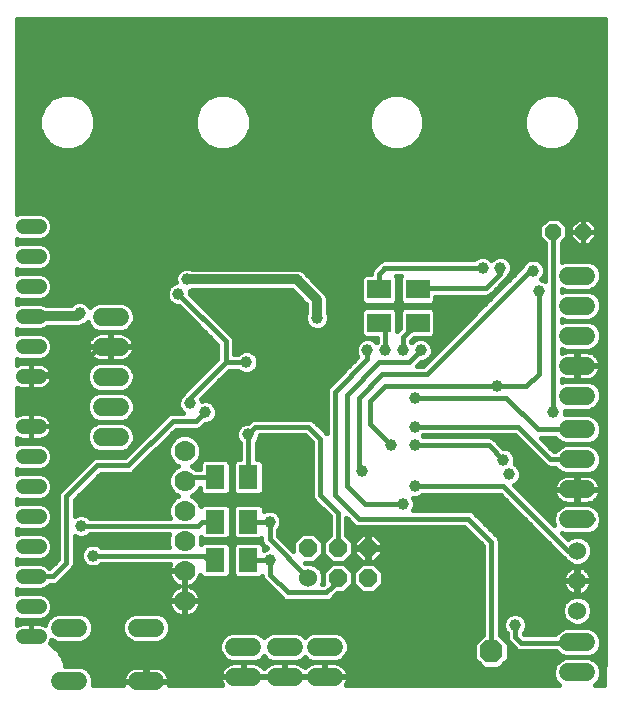
<source format=gbl>
G75*
%MOIN*%
%OFA0B0*%
%FSLAX25Y25*%
%IPPOS*%
%LPD*%
%AMOC8*
5,1,8,0,0,1.08239X$1,22.5*
%
%ADD10OC8,0.05200*%
%ADD11R,0.07874X0.06299*%
%ADD12C,0.06000*%
%ADD13C,0.06000*%
%ADD14OC8,0.07600*%
%ADD15OC8,0.06000*%
%ADD16R,0.06299X0.07874*%
%ADD17C,0.07000*%
%ADD18C,0.05150*%
%ADD19C,0.03962*%
%ADD20C,0.01600*%
%ADD21C,0.02400*%
%ADD22C,0.03200*%
D10*
X0188976Y0186948D03*
X0198976Y0186948D03*
D11*
X0143780Y0167696D03*
X0143780Y0156673D03*
X0130984Y0156673D03*
X0130984Y0167696D03*
D12*
X0030633Y0037143D02*
X0024633Y0037143D01*
X0024633Y0054943D02*
X0030633Y0054943D01*
X0050233Y0054943D02*
X0056233Y0054943D01*
X0056233Y0037143D02*
X0050233Y0037143D01*
X0082709Y0038582D02*
X0088709Y0038582D01*
X0096488Y0038582D02*
X0102488Y0038582D01*
X0109776Y0038582D02*
X0115776Y0038582D01*
X0115776Y0048582D02*
X0109776Y0048582D01*
X0102488Y0048582D02*
X0096488Y0048582D01*
X0088709Y0048582D02*
X0082709Y0048582D01*
X0044417Y0118562D02*
X0038417Y0118562D01*
X0038417Y0128562D02*
X0044417Y0128562D01*
X0044417Y0138562D02*
X0038417Y0138562D01*
X0038417Y0148562D02*
X0044417Y0148562D01*
X0044417Y0158562D02*
X0038417Y0158562D01*
X0193929Y0162342D02*
X0199929Y0162342D01*
X0199929Y0172342D02*
X0193929Y0172342D01*
X0193929Y0152342D02*
X0199929Y0152342D01*
X0199929Y0142342D02*
X0193929Y0142342D01*
X0193929Y0132342D02*
X0199929Y0132342D01*
X0199929Y0121082D02*
X0193929Y0121082D01*
X0193929Y0111082D02*
X0199929Y0111082D01*
X0199929Y0101082D02*
X0193929Y0101082D01*
X0193929Y0091082D02*
X0199929Y0091082D01*
X0199929Y0050058D02*
X0193929Y0050058D01*
X0193929Y0040058D02*
X0199929Y0040058D01*
D13*
X0196929Y0060649D03*
X0196929Y0070649D03*
X0196929Y0080649D03*
X0107205Y0071554D03*
D14*
X0168386Y0047027D03*
D15*
X0127205Y0071554D03*
X0127205Y0081554D03*
X0117205Y0081554D03*
X0117205Y0071554D03*
X0107205Y0081554D03*
D16*
X0087283Y0077539D03*
X0076260Y0077539D03*
X0076260Y0090334D03*
X0087283Y0090334D03*
X0087283Y0105098D03*
X0076260Y0105098D03*
D17*
X0066102Y0103877D03*
X0066102Y0093877D03*
X0066102Y0083877D03*
X0066102Y0073877D03*
X0066102Y0063877D03*
X0066102Y0113877D03*
D18*
X0017417Y0112027D02*
X0012268Y0112027D01*
X0012268Y0122027D02*
X0017417Y0122027D01*
X0017417Y0138759D02*
X0012268Y0138759D01*
X0012268Y0148759D02*
X0017417Y0148759D01*
X0017417Y0158759D02*
X0012268Y0158759D01*
X0012268Y0168759D02*
X0017417Y0168759D01*
X0017417Y0178759D02*
X0012268Y0178759D01*
X0012268Y0188759D02*
X0017417Y0188759D01*
X0017417Y0102027D02*
X0012268Y0102027D01*
X0012268Y0092027D02*
X0017417Y0092027D01*
X0017417Y0082027D02*
X0012268Y0082027D01*
X0012268Y0072027D02*
X0017417Y0072027D01*
X0017417Y0062027D02*
X0012268Y0062027D01*
X0012268Y0052027D02*
X0017417Y0052027D01*
D19*
X0035512Y0079015D03*
X0031575Y0088858D03*
X0067992Y0129704D03*
X0072913Y0126751D03*
X0087185Y0119369D03*
X0086693Y0143484D03*
X0093091Y0147913D03*
X0110315Y0158247D03*
X0116220Y0154310D03*
X0127047Y0147421D03*
X0132953Y0147421D03*
X0138858Y0147421D03*
X0144764Y0147421D03*
X0142795Y0131673D03*
X0142795Y0121830D03*
X0142795Y0115925D03*
X0134921Y0115925D03*
X0125079Y0107066D03*
X0138858Y0096239D03*
X0142795Y0102145D03*
X0170354Y0135610D03*
X0172323Y0111003D03*
X0174291Y0106082D03*
X0189055Y0126751D03*
X0184134Y0167106D03*
X0182165Y0173995D03*
X0171339Y0174980D03*
X0165433Y0174980D03*
X0187087Y0203523D03*
X0141811Y0203523D03*
X0070945Y0184330D03*
X0067008Y0171043D03*
X0064055Y0166121D03*
X0039449Y0193188D03*
X0031083Y0159724D03*
X0094399Y0090334D03*
X0094567Y0077539D03*
X0176260Y0055885D03*
X0181181Y0062775D03*
D20*
X0178515Y0059260D02*
X0177052Y0059866D01*
X0175468Y0059866D01*
X0174005Y0059260D01*
X0172885Y0058140D01*
X0172279Y0056677D01*
X0172279Y0055093D01*
X0172885Y0053630D01*
X0173460Y0053055D01*
X0173460Y0051391D01*
X0173886Y0050362D01*
X0175855Y0048394D01*
X0176642Y0047606D01*
X0177671Y0047180D01*
X0189737Y0047180D01*
X0191097Y0045820D01*
X0192935Y0045058D01*
X0191097Y0044297D01*
X0189690Y0042891D01*
X0188929Y0041053D01*
X0188929Y0039064D01*
X0189690Y0037226D01*
X0191022Y0035895D01*
X0119756Y0035895D01*
X0119881Y0036066D01*
X0120224Y0036739D01*
X0120457Y0037458D01*
X0120576Y0038204D01*
X0120576Y0038382D01*
X0112976Y0038382D01*
X0112976Y0038782D01*
X0120576Y0038782D01*
X0120576Y0038960D01*
X0120457Y0039706D01*
X0120224Y0040425D01*
X0119881Y0041098D01*
X0119437Y0041709D01*
X0118903Y0042243D01*
X0118291Y0042687D01*
X0117618Y0043030D01*
X0116900Y0043264D01*
X0116153Y0043382D01*
X0112976Y0043382D01*
X0112976Y0038782D01*
X0112576Y0038782D01*
X0112576Y0043382D01*
X0109398Y0043382D01*
X0108652Y0043264D01*
X0107933Y0043030D01*
X0107260Y0042687D01*
X0106649Y0042243D01*
X0106132Y0041727D01*
X0105615Y0042243D01*
X0105004Y0042687D01*
X0104331Y0043030D01*
X0103612Y0043264D01*
X0102866Y0043382D01*
X0099688Y0043382D01*
X0099688Y0038782D01*
X0099288Y0038782D01*
X0099288Y0038382D01*
X0085909Y0038382D01*
X0085909Y0038782D01*
X0091688Y0038782D01*
X0099288Y0038782D01*
X0099288Y0043382D01*
X0096110Y0043382D01*
X0095364Y0043264D01*
X0094646Y0043030D01*
X0093972Y0042687D01*
X0093361Y0042243D01*
X0092827Y0041709D01*
X0092598Y0041394D01*
X0092370Y0041709D01*
X0091836Y0042243D01*
X0091224Y0042687D01*
X0090551Y0043030D01*
X0089833Y0043264D01*
X0089086Y0043382D01*
X0085909Y0043382D01*
X0085909Y0038782D01*
X0085509Y0038782D01*
X0085509Y0043382D01*
X0082331Y0043382D01*
X0081585Y0043264D01*
X0080866Y0043030D01*
X0080193Y0042687D01*
X0079582Y0042243D01*
X0079047Y0041709D01*
X0078603Y0041098D01*
X0078260Y0040425D01*
X0078027Y0039706D01*
X0077909Y0038960D01*
X0077909Y0038782D01*
X0085509Y0038782D01*
X0085509Y0038382D01*
X0077909Y0038382D01*
X0077909Y0038204D01*
X0078027Y0037458D01*
X0078260Y0036739D01*
X0078603Y0036066D01*
X0078728Y0035895D01*
X0060875Y0035895D01*
X0060915Y0036019D01*
X0061033Y0036765D01*
X0061033Y0036943D01*
X0053433Y0036943D01*
X0053433Y0037343D01*
X0053033Y0037343D01*
X0053033Y0041943D01*
X0049855Y0041943D01*
X0049109Y0041824D01*
X0048391Y0041591D01*
X0047717Y0041248D01*
X0047106Y0040804D01*
X0046572Y0040270D01*
X0046128Y0039658D01*
X0045785Y0038985D01*
X0045551Y0038267D01*
X0045433Y0037520D01*
X0045433Y0037343D01*
X0053033Y0037343D01*
X0053033Y0036943D01*
X0045433Y0036943D01*
X0045433Y0036765D01*
X0045551Y0036019D01*
X0045592Y0035895D01*
X0035528Y0035895D01*
X0035633Y0036148D01*
X0035633Y0038137D01*
X0034872Y0039975D01*
X0033465Y0041381D01*
X0031628Y0042143D01*
X0026355Y0042143D01*
X0025736Y0044452D01*
X0024197Y0047118D01*
X0022020Y0049294D01*
X0021182Y0049779D01*
X0021472Y0050348D01*
X0021640Y0050865D01*
X0021801Y0050704D01*
X0023638Y0049943D01*
X0031628Y0049943D01*
X0033465Y0050704D01*
X0034872Y0052110D01*
X0035633Y0053948D01*
X0035633Y0055937D01*
X0034872Y0057775D01*
X0033465Y0059181D01*
X0031628Y0059943D01*
X0023638Y0059943D01*
X0021801Y0059181D01*
X0020394Y0057775D01*
X0019633Y0055937D01*
X0019633Y0055808D01*
X0019097Y0056081D01*
X0018442Y0056294D01*
X0017762Y0056402D01*
X0014843Y0056402D01*
X0014843Y0052027D01*
X0014842Y0052027D01*
X0014842Y0056402D01*
X0011923Y0056402D01*
X0011243Y0056294D01*
X0010588Y0056081D01*
X0010300Y0055934D01*
X0010300Y0057890D01*
X0011358Y0057452D01*
X0018327Y0057452D01*
X0020009Y0058149D01*
X0021296Y0059435D01*
X0021992Y0061117D01*
X0021992Y0062937D01*
X0021296Y0064618D01*
X0020009Y0065905D01*
X0018327Y0066602D01*
X0011358Y0066602D01*
X0010300Y0066164D01*
X0010300Y0067890D01*
X0011358Y0067452D01*
X0018327Y0067452D01*
X0020009Y0068149D01*
X0021087Y0069227D01*
X0022683Y0069227D01*
X0023712Y0069653D01*
X0024500Y0070441D01*
X0029027Y0074968D01*
X0029454Y0075997D01*
X0029454Y0085427D01*
X0030783Y0084877D01*
X0032367Y0084877D01*
X0033830Y0085483D01*
X0034405Y0086058D01*
X0061052Y0086058D01*
X0060602Y0084971D01*
X0060602Y0082783D01*
X0061003Y0081815D01*
X0038342Y0081815D01*
X0037767Y0082390D01*
X0036304Y0082996D01*
X0034720Y0082996D01*
X0033257Y0082390D01*
X0032137Y0081270D01*
X0031531Y0079807D01*
X0031531Y0078223D01*
X0032137Y0076760D01*
X0033257Y0075640D01*
X0034720Y0075034D01*
X0036304Y0075034D01*
X0037767Y0075640D01*
X0038342Y0076215D01*
X0061345Y0076215D01*
X0061191Y0075912D01*
X0060933Y0075118D01*
X0060802Y0074294D01*
X0060802Y0074062D01*
X0065918Y0074062D01*
X0065918Y0073693D01*
X0060802Y0073693D01*
X0060802Y0073460D01*
X0060933Y0072636D01*
X0061191Y0071843D01*
X0061569Y0071099D01*
X0062060Y0070425D01*
X0062650Y0069835D01*
X0063325Y0069344D01*
X0064068Y0068966D01*
X0064340Y0068877D01*
X0064068Y0068789D01*
X0063325Y0068410D01*
X0062650Y0067920D01*
X0062060Y0067330D01*
X0061569Y0066655D01*
X0061191Y0065912D01*
X0060933Y0065118D01*
X0060802Y0064294D01*
X0060802Y0064062D01*
X0065918Y0064062D01*
X0065918Y0073693D01*
X0066287Y0073693D01*
X0066287Y0068577D01*
X0066287Y0064062D01*
X0065918Y0064062D01*
X0065918Y0063693D01*
X0060802Y0063693D01*
X0060802Y0063460D01*
X0060933Y0062636D01*
X0061191Y0061843D01*
X0061569Y0061099D01*
X0062060Y0060425D01*
X0062650Y0059835D01*
X0063325Y0059344D01*
X0064068Y0058966D01*
X0064861Y0058708D01*
X0065685Y0058577D01*
X0065918Y0058577D01*
X0065918Y0063693D01*
X0066287Y0063693D01*
X0066287Y0064062D01*
X0071402Y0064062D01*
X0071402Y0064294D01*
X0071272Y0065118D01*
X0071014Y0065912D01*
X0070635Y0066655D01*
X0070145Y0067330D01*
X0069555Y0067920D01*
X0068880Y0068410D01*
X0068137Y0068789D01*
X0067865Y0068877D01*
X0068137Y0068966D01*
X0068880Y0069344D01*
X0069555Y0069835D01*
X0070145Y0070425D01*
X0070635Y0071099D01*
X0071014Y0071843D01*
X0071266Y0072618D01*
X0072282Y0071602D01*
X0080238Y0071602D01*
X0081409Y0072773D01*
X0081409Y0082304D01*
X0080238Y0083476D01*
X0072282Y0083476D01*
X0071602Y0082796D01*
X0071602Y0084971D01*
X0071528Y0085151D01*
X0072282Y0084397D01*
X0080238Y0084397D01*
X0081409Y0085569D01*
X0081409Y0095099D01*
X0080238Y0096271D01*
X0072282Y0096271D01*
X0071421Y0095410D01*
X0070765Y0096993D01*
X0069218Y0098540D01*
X0068403Y0098877D01*
X0069218Y0099215D01*
X0070765Y0100762D01*
X0071110Y0101595D01*
X0071110Y0100332D01*
X0072282Y0099161D01*
X0080238Y0099161D01*
X0081409Y0100332D01*
X0081409Y0109863D01*
X0080238Y0111035D01*
X0072282Y0111035D01*
X0071110Y0109863D01*
X0071110Y0107898D01*
X0069860Y0107898D01*
X0069218Y0108540D01*
X0068403Y0108877D01*
X0069218Y0109215D01*
X0070765Y0110762D01*
X0071602Y0112783D01*
X0071602Y0114971D01*
X0070765Y0116993D01*
X0069218Y0118540D01*
X0067196Y0119377D01*
X0065008Y0119377D01*
X0062987Y0118540D01*
X0061440Y0116993D01*
X0060602Y0114971D01*
X0060602Y0112783D01*
X0061440Y0110762D01*
X0062987Y0109215D01*
X0063801Y0108877D01*
X0062987Y0108540D01*
X0061440Y0106993D01*
X0060602Y0104971D01*
X0060602Y0102783D01*
X0061440Y0100762D01*
X0062987Y0099215D01*
X0063801Y0098877D01*
X0062987Y0098540D01*
X0061440Y0096993D01*
X0060602Y0094971D01*
X0060602Y0092783D01*
X0061069Y0091658D01*
X0034405Y0091658D01*
X0033830Y0092233D01*
X0032367Y0092839D01*
X0030783Y0092839D01*
X0029454Y0092288D01*
X0029454Y0097540D01*
X0038148Y0106235D01*
X0047880Y0106235D01*
X0048909Y0106661D01*
X0049697Y0107449D01*
X0063246Y0120999D01*
X0070518Y0120999D01*
X0071547Y0121425D01*
X0072334Y0122212D01*
X0072892Y0122770D01*
X0073705Y0122770D01*
X0075168Y0123376D01*
X0076288Y0124496D01*
X0076894Y0125959D01*
X0076894Y0127543D01*
X0076288Y0129006D01*
X0075168Y0130126D01*
X0073705Y0130732D01*
X0072121Y0130732D01*
X0071911Y0130645D01*
X0071622Y0131343D01*
X0080963Y0140684D01*
X0083863Y0140684D01*
X0084438Y0140109D01*
X0085901Y0139502D01*
X0087485Y0139502D01*
X0088948Y0140109D01*
X0090068Y0141228D01*
X0090674Y0142692D01*
X0090674Y0144275D01*
X0090068Y0145739D01*
X0088948Y0146859D01*
X0087485Y0147465D01*
X0085901Y0147465D01*
X0084438Y0146859D01*
X0083863Y0146284D01*
X0082603Y0146284D01*
X0082603Y0150930D01*
X0082177Y0151959D01*
X0081389Y0152747D01*
X0068036Y0166100D01*
X0068036Y0166913D01*
X0067949Y0167123D01*
X0068720Y0167443D01*
X0101934Y0167443D01*
X0106715Y0162662D01*
X0106715Y0159959D01*
X0106334Y0159039D01*
X0106334Y0157455D01*
X0106940Y0155992D01*
X0108060Y0154872D01*
X0109523Y0154266D01*
X0111107Y0154266D01*
X0112570Y0154872D01*
X0113690Y0155992D01*
X0114296Y0157455D01*
X0114296Y0159039D01*
X0113915Y0159959D01*
X0113915Y0164869D01*
X0113367Y0166192D01*
X0112354Y0167205D01*
X0105464Y0174095D01*
X0104141Y0174643D01*
X0068720Y0174643D01*
X0067800Y0175024D01*
X0066216Y0175024D01*
X0064753Y0174418D01*
X0063633Y0173298D01*
X0063027Y0171835D01*
X0063027Y0170251D01*
X0063114Y0170041D01*
X0061800Y0169496D01*
X0060680Y0168376D01*
X0060074Y0166913D01*
X0060074Y0165329D01*
X0060680Y0163866D01*
X0061800Y0162746D01*
X0063263Y0162140D01*
X0064076Y0162140D01*
X0077003Y0149214D01*
X0077003Y0144643D01*
X0065618Y0133259D01*
X0065408Y0132750D01*
X0064617Y0131959D01*
X0064011Y0130496D01*
X0064011Y0128912D01*
X0064617Y0127449D01*
X0065468Y0126599D01*
X0061530Y0126599D01*
X0060501Y0126172D01*
X0046163Y0111835D01*
X0036431Y0111835D01*
X0035402Y0111408D01*
X0025067Y0101074D01*
X0024280Y0100286D01*
X0023854Y0099257D01*
X0023854Y0077714D01*
X0021027Y0074887D01*
X0020009Y0075905D01*
X0018327Y0076602D01*
X0011358Y0076602D01*
X0010300Y0076164D01*
X0010300Y0077890D01*
X0011358Y0077452D01*
X0018327Y0077452D01*
X0020009Y0078149D01*
X0021296Y0079435D01*
X0021992Y0081117D01*
X0021992Y0082937D01*
X0021296Y0084618D01*
X0020009Y0085905D01*
X0018327Y0086602D01*
X0011358Y0086602D01*
X0010300Y0086164D01*
X0010300Y0087890D01*
X0011358Y0087452D01*
X0018327Y0087452D01*
X0020009Y0088149D01*
X0021296Y0089435D01*
X0021992Y0091117D01*
X0021992Y0092937D01*
X0021296Y0094618D01*
X0020009Y0095905D01*
X0018327Y0096602D01*
X0011358Y0096602D01*
X0010300Y0096164D01*
X0010300Y0097890D01*
X0011358Y0097452D01*
X0018327Y0097452D01*
X0020009Y0098149D01*
X0021296Y0099435D01*
X0021992Y0101117D01*
X0021992Y0102937D01*
X0021296Y0104618D01*
X0020009Y0105905D01*
X0018327Y0106602D01*
X0011358Y0106602D01*
X0010300Y0106164D01*
X0010300Y0107890D01*
X0011358Y0107452D01*
X0018327Y0107452D01*
X0020009Y0108149D01*
X0021296Y0109435D01*
X0021992Y0111117D01*
X0021992Y0112937D01*
X0021296Y0114618D01*
X0020009Y0115905D01*
X0018327Y0116602D01*
X0011358Y0116602D01*
X0010300Y0116164D01*
X0010300Y0118120D01*
X0010588Y0117973D01*
X0011243Y0117760D01*
X0011923Y0117652D01*
X0014842Y0117652D01*
X0014842Y0122027D01*
X0014842Y0126402D01*
X0011923Y0126402D01*
X0011243Y0126294D01*
X0010588Y0126081D01*
X0010300Y0125934D01*
X0010300Y0134852D01*
X0010588Y0134705D01*
X0011243Y0134492D01*
X0011923Y0134384D01*
X0014842Y0134384D01*
X0014842Y0138759D01*
X0014843Y0138759D01*
X0014843Y0138759D01*
X0021792Y0138759D01*
X0021792Y0138415D01*
X0021684Y0137735D01*
X0021472Y0137080D01*
X0021159Y0136466D01*
X0020754Y0135909D01*
X0020267Y0135422D01*
X0019710Y0135018D01*
X0019097Y0134705D01*
X0018442Y0134492D01*
X0017762Y0134384D01*
X0014843Y0134384D01*
X0014843Y0138759D01*
X0021792Y0138759D01*
X0021792Y0139103D01*
X0021684Y0139784D01*
X0021472Y0140439D01*
X0021159Y0141052D01*
X0020754Y0141609D01*
X0020267Y0142096D01*
X0019710Y0142501D01*
X0019097Y0142813D01*
X0018442Y0143026D01*
X0017762Y0143134D01*
X0014843Y0143134D01*
X0014843Y0138759D01*
X0015630Y0139547D01*
X0028622Y0139547D01*
X0037638Y0148562D01*
X0041417Y0148562D01*
X0041217Y0148584D02*
X0021992Y0148584D01*
X0021992Y0147849D02*
X0021992Y0149669D01*
X0021296Y0151351D01*
X0020009Y0152638D01*
X0018327Y0153334D01*
X0011358Y0153334D01*
X0010300Y0152896D01*
X0010300Y0154623D01*
X0011358Y0154184D01*
X0018327Y0154184D01*
X0020009Y0154881D01*
X0020287Y0155159D01*
X0030834Y0155159D01*
X0032157Y0155707D01*
X0032418Y0155968D01*
X0033338Y0156349D01*
X0033751Y0156762D01*
X0034179Y0155730D01*
X0035585Y0154324D01*
X0037423Y0153562D01*
X0045412Y0153562D01*
X0047250Y0154324D01*
X0048656Y0155730D01*
X0049417Y0157568D01*
X0049417Y0159557D01*
X0048656Y0161395D01*
X0047250Y0162801D01*
X0045412Y0163562D01*
X0037423Y0163562D01*
X0035585Y0162801D01*
X0034547Y0161763D01*
X0034458Y0161979D01*
X0033338Y0163099D01*
X0031875Y0163705D01*
X0030291Y0163705D01*
X0028828Y0163099D01*
X0028088Y0162359D01*
X0020287Y0162359D01*
X0020009Y0162638D01*
X0018327Y0163334D01*
X0011358Y0163334D01*
X0010300Y0162896D01*
X0010300Y0164623D01*
X0011358Y0164184D01*
X0018327Y0164184D01*
X0020009Y0164881D01*
X0021296Y0166168D01*
X0060074Y0166168D01*
X0060389Y0164570D02*
X0019257Y0164570D01*
X0019203Y0162971D02*
X0028700Y0162971D01*
X0033465Y0162971D02*
X0035995Y0162971D01*
X0033828Y0156577D02*
X0033566Y0156577D01*
X0034930Y0154978D02*
X0020106Y0154978D01*
X0020865Y0151781D02*
X0034848Y0151781D01*
X0034756Y0151689D02*
X0034312Y0151078D01*
X0033969Y0150405D01*
X0033736Y0149686D01*
X0033617Y0148940D01*
X0033617Y0148762D01*
X0041217Y0148762D01*
X0041217Y0148362D01*
X0041617Y0148362D01*
X0041617Y0143762D01*
X0044795Y0143762D01*
X0045541Y0143881D01*
X0046260Y0144114D01*
X0046933Y0144457D01*
X0047544Y0144901D01*
X0048079Y0145435D01*
X0048523Y0146047D01*
X0048866Y0146720D01*
X0049099Y0147438D01*
X0049217Y0148185D01*
X0049217Y0148362D01*
X0041617Y0148362D01*
X0041617Y0148762D01*
X0049217Y0148762D01*
X0049217Y0148940D01*
X0049099Y0149686D01*
X0048866Y0150405D01*
X0048523Y0151078D01*
X0048079Y0151689D01*
X0047544Y0152224D01*
X0046933Y0152668D01*
X0046260Y0153011D01*
X0045541Y0153244D01*
X0044795Y0153362D01*
X0041617Y0153362D01*
X0041617Y0148762D01*
X0041217Y0148762D01*
X0041217Y0153362D01*
X0038040Y0153362D01*
X0037293Y0153244D01*
X0036575Y0153011D01*
X0035902Y0152668D01*
X0035290Y0152224D01*
X0034756Y0151689D01*
X0033897Y0150183D02*
X0021779Y0150183D01*
X0021992Y0147849D02*
X0021296Y0146168D01*
X0020009Y0144881D01*
X0018327Y0144184D01*
X0011358Y0144184D01*
X0010300Y0144623D01*
X0010300Y0142667D01*
X0010588Y0142813D01*
X0011243Y0143026D01*
X0011923Y0143134D01*
X0014842Y0143134D01*
X0014842Y0138759D01*
X0014843Y0138759D01*
X0014842Y0138993D02*
X0014843Y0138993D01*
X0014842Y0137395D02*
X0014843Y0137395D01*
X0014842Y0135796D02*
X0014843Y0135796D01*
X0014842Y0140592D02*
X0014843Y0140592D01*
X0014842Y0142190D02*
X0014843Y0142190D01*
X0010300Y0143789D02*
X0037872Y0143789D01*
X0038040Y0143762D02*
X0041217Y0143762D01*
X0041217Y0148362D01*
X0033617Y0148362D01*
X0033617Y0148185D01*
X0033736Y0147438D01*
X0033969Y0146720D01*
X0034312Y0146047D01*
X0034756Y0145435D01*
X0035290Y0144901D01*
X0035902Y0144457D01*
X0036575Y0144114D01*
X0037293Y0143881D01*
X0038040Y0143762D01*
X0037423Y0143562D02*
X0035585Y0142801D01*
X0034179Y0141395D01*
X0033417Y0139557D01*
X0033417Y0137568D01*
X0034179Y0135730D01*
X0035585Y0134324D01*
X0037423Y0133562D01*
X0035585Y0132801D01*
X0034179Y0131395D01*
X0033417Y0129557D01*
X0033417Y0127568D01*
X0034179Y0125730D01*
X0035585Y0124324D01*
X0037423Y0123562D01*
X0035585Y0122801D01*
X0034179Y0121395D01*
X0033417Y0119557D01*
X0033417Y0117568D01*
X0034179Y0115730D01*
X0035585Y0114324D01*
X0037423Y0113562D01*
X0045412Y0113562D01*
X0047250Y0114324D01*
X0048656Y0115730D01*
X0049417Y0117568D01*
X0049417Y0119557D01*
X0048656Y0121395D01*
X0047250Y0122801D01*
X0045412Y0123562D01*
X0037423Y0123562D01*
X0045412Y0123562D01*
X0047250Y0124324D01*
X0048656Y0125730D01*
X0049417Y0127568D01*
X0049417Y0129557D01*
X0048656Y0131395D01*
X0047250Y0132801D01*
X0045412Y0133562D01*
X0037423Y0133562D01*
X0045412Y0133562D01*
X0047250Y0134324D01*
X0048656Y0135730D01*
X0049417Y0137568D01*
X0049417Y0139557D01*
X0048656Y0141395D01*
X0047250Y0142801D01*
X0045412Y0143562D01*
X0037423Y0143562D01*
X0034974Y0142190D02*
X0020138Y0142190D01*
X0021393Y0140592D02*
X0033846Y0140592D01*
X0033417Y0138993D02*
X0021792Y0138993D01*
X0021574Y0137395D02*
X0033489Y0137395D01*
X0034151Y0135796D02*
X0020641Y0135796D01*
X0020515Y0145387D02*
X0034804Y0145387D01*
X0033882Y0146986D02*
X0021635Y0146986D01*
X0010300Y0153380D02*
X0072837Y0153380D01*
X0074435Y0151781D02*
X0047986Y0151781D01*
X0048938Y0150183D02*
X0076034Y0150183D01*
X0077003Y0148584D02*
X0041617Y0148584D01*
X0041617Y0146986D02*
X0041217Y0146986D01*
X0041217Y0145387D02*
X0041617Y0145387D01*
X0041617Y0143789D02*
X0041217Y0143789D01*
X0044963Y0143789D02*
X0076149Y0143789D01*
X0077003Y0145387D02*
X0048031Y0145387D01*
X0048952Y0146986D02*
X0077003Y0146986D01*
X0079803Y0150373D02*
X0079803Y0143484D01*
X0086693Y0143484D01*
X0089431Y0140592D02*
X0119212Y0140592D01*
X0120810Y0142190D02*
X0090466Y0142190D01*
X0090674Y0143789D02*
X0122409Y0143789D01*
X0123729Y0145109D02*
X0114634Y0136015D01*
X0113847Y0135227D01*
X0113420Y0134198D01*
X0113420Y0119732D01*
X0109736Y0123416D01*
X0108948Y0124204D01*
X0107919Y0124630D01*
X0089089Y0124630D01*
X0088060Y0124204D01*
X0087206Y0123351D01*
X0086393Y0123351D01*
X0084930Y0122744D01*
X0083810Y0121625D01*
X0083204Y0120161D01*
X0083204Y0118578D01*
X0083810Y0117114D01*
X0084483Y0116441D01*
X0084483Y0111035D01*
X0083305Y0111035D01*
X0082134Y0109863D01*
X0082134Y0100332D01*
X0083305Y0099161D01*
X0091261Y0099161D01*
X0092433Y0100332D01*
X0092433Y0109863D01*
X0091261Y0111035D01*
X0090083Y0111035D01*
X0090083Y0116638D01*
X0090560Y0117114D01*
X0091166Y0118578D01*
X0091166Y0119030D01*
X0106202Y0119030D01*
X0108499Y0116733D01*
X0108499Y0098635D01*
X0108925Y0097606D01*
X0109713Y0096819D01*
X0114405Y0092127D01*
X0114405Y0085826D01*
X0112205Y0083626D01*
X0112205Y0079483D01*
X0115134Y0076554D01*
X0112205Y0073626D01*
X0112205Y0069609D01*
X0112108Y0069512D01*
X0111771Y0069512D01*
X0112205Y0070560D01*
X0112205Y0072549D01*
X0111444Y0074387D01*
X0110037Y0075793D01*
X0108199Y0076554D01*
X0106210Y0076554D01*
X0106178Y0076541D01*
X0106164Y0076554D01*
X0109276Y0076554D01*
X0112205Y0079483D01*
X0112205Y0083626D01*
X0109276Y0086554D01*
X0105134Y0086554D01*
X0102205Y0083626D01*
X0102205Y0080514D01*
X0097199Y0085520D01*
X0097199Y0087504D01*
X0097774Y0088079D01*
X0098380Y0089542D01*
X0098380Y0091126D01*
X0097774Y0092589D01*
X0096654Y0093709D01*
X0095191Y0094315D01*
X0093607Y0094315D01*
X0092433Y0093829D01*
X0092433Y0095099D01*
X0091261Y0096271D01*
X0083305Y0096271D01*
X0082134Y0095099D01*
X0082134Y0085569D01*
X0083305Y0084397D01*
X0091261Y0084397D01*
X0091599Y0084735D01*
X0091599Y0083803D01*
X0092025Y0082774D01*
X0093425Y0081375D01*
X0092433Y0080964D01*
X0092433Y0082304D01*
X0091261Y0083476D01*
X0083305Y0083476D01*
X0082134Y0082304D01*
X0082134Y0072773D01*
X0083305Y0071602D01*
X0091261Y0071602D01*
X0091767Y0072107D01*
X0091767Y0072060D01*
X0092193Y0071031D01*
X0098099Y0065126D01*
X0098886Y0064338D01*
X0099915Y0063912D01*
X0113825Y0063912D01*
X0114854Y0064338D01*
X0117010Y0066494D01*
X0117102Y0066554D01*
X0119276Y0066554D01*
X0122205Y0069483D01*
X0125134Y0066554D01*
X0129276Y0066554D01*
X0132205Y0069483D01*
X0132205Y0073626D01*
X0129276Y0076554D01*
X0125134Y0076554D01*
X0122205Y0073626D01*
X0122205Y0069483D01*
X0122205Y0073626D01*
X0119276Y0076554D01*
X0115134Y0076554D01*
X0119276Y0076554D01*
X0122205Y0079483D01*
X0122205Y0083626D01*
X0120005Y0085826D01*
X0120005Y0091448D01*
X0121721Y0089732D01*
X0122508Y0088945D01*
X0123538Y0088518D01*
X0159352Y0088518D01*
X0165586Y0082284D01*
X0165586Y0052429D01*
X0162586Y0049429D01*
X0162586Y0044624D01*
X0165983Y0041227D01*
X0170788Y0041227D01*
X0174186Y0044624D01*
X0174186Y0049429D01*
X0171186Y0052429D01*
X0171186Y0084001D01*
X0170760Y0085030D01*
X0162098Y0093692D01*
X0161069Y0094118D01*
X0142289Y0094118D01*
X0142839Y0095448D01*
X0142839Y0097031D01*
X0142370Y0098164D01*
X0143587Y0098164D01*
X0145050Y0098770D01*
X0145625Y0099345D01*
X0171163Y0099345D01*
X0192233Y0078275D01*
X0192556Y0078141D01*
X0192690Y0077817D01*
X0194097Y0076410D01*
X0195935Y0075649D01*
X0197924Y0075649D01*
X0199761Y0076410D01*
X0201168Y0077817D01*
X0201929Y0079654D01*
X0201929Y0081644D01*
X0201168Y0083481D01*
X0199761Y0084888D01*
X0197924Y0085649D01*
X0195935Y0085649D01*
X0194097Y0084888D01*
X0193818Y0084609D01*
X0191929Y0086498D01*
X0192935Y0086082D01*
X0200924Y0086082D01*
X0202761Y0086843D01*
X0204168Y0088250D01*
X0204929Y0090087D01*
X0204929Y0092077D01*
X0204168Y0093914D01*
X0202761Y0095321D01*
X0200924Y0096082D01*
X0192935Y0096082D01*
X0191097Y0095321D01*
X0189690Y0093914D01*
X0188929Y0092077D01*
X0188929Y0090087D01*
X0189346Y0089082D01*
X0175962Y0102465D01*
X0176546Y0102707D01*
X0177666Y0103827D01*
X0178272Y0105290D01*
X0178272Y0106874D01*
X0177666Y0108337D01*
X0176546Y0109457D01*
X0176073Y0109653D01*
X0176304Y0110211D01*
X0176304Y0111795D01*
X0175698Y0113258D01*
X0174578Y0114378D01*
X0173115Y0114984D01*
X0172302Y0114984D01*
X0169775Y0117511D01*
X0168988Y0118298D01*
X0167959Y0118725D01*
X0145625Y0118725D01*
X0145473Y0118877D01*
X0145625Y0119030D01*
X0176084Y0119030D01*
X0186406Y0108708D01*
X0187435Y0108282D01*
X0189677Y0108282D01*
X0189690Y0108250D01*
X0191097Y0106843D01*
X0192935Y0106082D01*
X0200924Y0106082D01*
X0202761Y0106843D01*
X0204168Y0108250D01*
X0204929Y0110087D01*
X0204929Y0112077D01*
X0204168Y0113914D01*
X0202761Y0115321D01*
X0200924Y0116082D01*
X0202761Y0116843D01*
X0204168Y0118250D01*
X0204929Y0120087D01*
X0204929Y0122077D01*
X0204168Y0123914D01*
X0202761Y0125321D01*
X0200924Y0126082D01*
X0193036Y0126082D01*
X0193036Y0127342D01*
X0200924Y0127342D01*
X0202761Y0128103D01*
X0204168Y0129510D01*
X0204929Y0131347D01*
X0204929Y0133336D01*
X0204168Y0135174D01*
X0202761Y0136581D01*
X0200924Y0137342D01*
X0192935Y0137342D01*
X0191855Y0136895D01*
X0191855Y0138011D01*
X0192087Y0137894D01*
X0192805Y0137660D01*
X0193551Y0137542D01*
X0196729Y0137542D01*
X0196729Y0142142D01*
X0197129Y0142142D01*
X0197129Y0137542D01*
X0200307Y0137542D01*
X0201053Y0137660D01*
X0201772Y0137894D01*
X0202445Y0138237D01*
X0203056Y0138681D01*
X0203590Y0139215D01*
X0204034Y0139826D01*
X0204377Y0140499D01*
X0204611Y0141218D01*
X0204729Y0141964D01*
X0204729Y0142142D01*
X0197129Y0142142D01*
X0197129Y0142542D01*
X0196729Y0142542D01*
X0196729Y0147142D01*
X0193551Y0147142D01*
X0192805Y0147024D01*
X0192087Y0146790D01*
X0191855Y0146672D01*
X0191855Y0147789D01*
X0192935Y0147342D01*
X0200924Y0147342D01*
X0202761Y0148103D01*
X0204168Y0149510D01*
X0204929Y0151347D01*
X0204929Y0153336D01*
X0204168Y0155174D01*
X0202761Y0156581D01*
X0200924Y0157342D01*
X0202761Y0158103D01*
X0204168Y0159510D01*
X0204929Y0161347D01*
X0204929Y0163336D01*
X0204168Y0165174D01*
X0202761Y0166581D01*
X0200924Y0167342D01*
X0202761Y0168103D01*
X0204168Y0169510D01*
X0204929Y0171347D01*
X0204929Y0173336D01*
X0204168Y0175174D01*
X0202761Y0176581D01*
X0200924Y0177342D01*
X0192935Y0177342D01*
X0191855Y0176895D01*
X0191855Y0183322D01*
X0193576Y0185043D01*
X0193576Y0188854D01*
X0190882Y0191548D01*
X0187071Y0191548D01*
X0184376Y0188854D01*
X0184376Y0185043D01*
X0186255Y0183164D01*
X0186255Y0170536D01*
X0184926Y0171087D01*
X0184887Y0171087D01*
X0185540Y0171740D01*
X0186146Y0173203D01*
X0186146Y0174787D01*
X0185540Y0176251D01*
X0184420Y0177370D01*
X0182957Y0177976D01*
X0181373Y0177976D01*
X0179910Y0177370D01*
X0178790Y0176251D01*
X0178305Y0175079D01*
X0145572Y0142347D01*
X0143650Y0142347D01*
X0144742Y0143439D01*
X0145556Y0143439D01*
X0147019Y0144046D01*
X0148139Y0145165D01*
X0148745Y0146629D01*
X0148745Y0148212D01*
X0148139Y0149676D01*
X0147019Y0150796D01*
X0145556Y0151402D01*
X0143972Y0151402D01*
X0142509Y0150796D01*
X0141811Y0150098D01*
X0141658Y0150251D01*
X0141658Y0150591D01*
X0142590Y0151523D01*
X0148545Y0151523D01*
X0149717Y0152695D01*
X0149717Y0160651D01*
X0148545Y0161822D01*
X0139014Y0161822D01*
X0137843Y0160651D01*
X0137843Y0154695D01*
X0136921Y0153774D01*
X0136921Y0160651D01*
X0135750Y0161822D01*
X0126219Y0161822D01*
X0125047Y0160651D01*
X0125047Y0152695D01*
X0126219Y0151523D01*
X0130153Y0151523D01*
X0130153Y0150251D01*
X0130000Y0150098D01*
X0129302Y0150796D01*
X0127839Y0151402D01*
X0126255Y0151402D01*
X0124792Y0150796D01*
X0123672Y0149676D01*
X0123066Y0148212D01*
X0123066Y0146629D01*
X0123672Y0145165D01*
X0123729Y0145109D01*
X0123580Y0145387D02*
X0090213Y0145387D01*
X0088641Y0146986D02*
X0123066Y0146986D01*
X0123220Y0148584D02*
X0082603Y0148584D01*
X0082603Y0146986D02*
X0084745Y0146986D01*
X0082603Y0150183D02*
X0124179Y0150183D01*
X0125960Y0151781D02*
X0082251Y0151781D01*
X0080756Y0153380D02*
X0125047Y0153380D01*
X0125047Y0154978D02*
X0112676Y0154978D01*
X0113932Y0156577D02*
X0125047Y0156577D01*
X0125047Y0158176D02*
X0114296Y0158176D01*
X0113992Y0159774D02*
X0125047Y0159774D01*
X0125769Y0161373D02*
X0113915Y0161373D01*
X0113915Y0162971D02*
X0125794Y0162971D01*
X0126219Y0162547D02*
X0125047Y0163718D01*
X0125047Y0171674D01*
X0126219Y0172846D01*
X0128184Y0172846D01*
X0128184Y0173568D01*
X0128611Y0174597D01*
X0129398Y0175385D01*
X0131001Y0176987D01*
X0131001Y0176987D01*
X0131176Y0177163D01*
X0131176Y0177163D01*
X0132665Y0177780D01*
X0162603Y0177780D01*
X0163178Y0178355D01*
X0164641Y0178961D01*
X0166225Y0178961D01*
X0167688Y0178355D01*
X0168386Y0177657D01*
X0169083Y0178355D01*
X0170547Y0178961D01*
X0172130Y0178961D01*
X0173594Y0178355D01*
X0174714Y0177235D01*
X0175320Y0175772D01*
X0175320Y0174188D01*
X0174714Y0172725D01*
X0173733Y0171744D01*
X0173522Y0171235D01*
X0173522Y0171235D01*
X0173346Y0171059D01*
X0173346Y0171059D01*
X0168791Y0166504D01*
X0168003Y0165716D01*
X0166974Y0165290D01*
X0149717Y0165290D01*
X0149717Y0163718D01*
X0148545Y0162547D01*
X0139014Y0162547D01*
X0137843Y0163718D01*
X0137843Y0171674D01*
X0138348Y0172180D01*
X0136416Y0172180D01*
X0136921Y0171674D01*
X0136921Y0163718D01*
X0135750Y0162547D01*
X0126219Y0162547D01*
X0125047Y0164570D02*
X0113915Y0164570D01*
X0113377Y0166168D02*
X0125047Y0166168D01*
X0125047Y0167767D02*
X0111792Y0167767D01*
X0110194Y0169365D02*
X0125047Y0169365D01*
X0125047Y0170964D02*
X0108595Y0170964D01*
X0106997Y0172562D02*
X0125935Y0172562D01*
X0128430Y0174161D02*
X0105305Y0174161D01*
X0103209Y0166168D02*
X0068036Y0166168D01*
X0069567Y0164570D02*
X0104807Y0164570D01*
X0106406Y0162971D02*
X0071165Y0162971D01*
X0072764Y0161373D02*
X0106715Y0161373D01*
X0106638Y0159774D02*
X0074362Y0159774D01*
X0075961Y0158176D02*
X0106334Y0158176D01*
X0106698Y0156577D02*
X0077559Y0156577D01*
X0079158Y0154978D02*
X0107954Y0154978D01*
X0116220Y0154310D02*
X0116220Y0177932D01*
X0141811Y0203523D01*
X0187087Y0203523D01*
X0186609Y0214156D02*
X0190320Y0214156D01*
X0193748Y0215576D01*
X0196372Y0218200D01*
X0197792Y0221628D01*
X0197792Y0225339D01*
X0196372Y0228767D01*
X0193748Y0231391D01*
X0190320Y0232811D01*
X0186609Y0232811D01*
X0183181Y0231391D01*
X0180557Y0228767D01*
X0179137Y0225339D01*
X0179137Y0221628D01*
X0180557Y0218200D01*
X0183181Y0215576D01*
X0186609Y0214156D01*
X0183035Y0215722D02*
X0142162Y0215722D01*
X0142016Y0215576D02*
X0144640Y0218200D01*
X0146060Y0221628D01*
X0146060Y0225339D01*
X0144640Y0228767D01*
X0142016Y0231391D01*
X0138588Y0232811D01*
X0134877Y0232811D01*
X0131449Y0231391D01*
X0128825Y0228767D01*
X0127405Y0225339D01*
X0127405Y0221628D01*
X0128825Y0218200D01*
X0131449Y0215576D01*
X0134877Y0214156D01*
X0138588Y0214156D01*
X0142016Y0215576D01*
X0143760Y0217320D02*
X0181437Y0217320D01*
X0180259Y0218919D02*
X0144938Y0218919D01*
X0145600Y0220517D02*
X0179597Y0220517D01*
X0179137Y0222116D02*
X0146060Y0222116D01*
X0146060Y0223714D02*
X0179137Y0223714D01*
X0179137Y0225313D02*
X0146060Y0225313D01*
X0145408Y0226912D02*
X0179788Y0226912D01*
X0180451Y0228510D02*
X0144746Y0228510D01*
X0143298Y0230109D02*
X0181898Y0230109D01*
X0183944Y0231707D02*
X0141253Y0231707D01*
X0132211Y0231707D02*
X0083261Y0231707D01*
X0084024Y0231391D02*
X0080596Y0232811D01*
X0076885Y0232811D01*
X0073457Y0231391D01*
X0070833Y0228767D01*
X0069413Y0225339D01*
X0069413Y0221628D01*
X0070833Y0218200D01*
X0073457Y0215576D01*
X0076885Y0214156D01*
X0080596Y0214156D01*
X0084024Y0215576D01*
X0086648Y0218200D01*
X0088068Y0221628D01*
X0088068Y0225339D01*
X0086648Y0228767D01*
X0084024Y0231391D01*
X0085306Y0230109D02*
X0130166Y0230109D01*
X0128718Y0228510D02*
X0086754Y0228510D01*
X0087416Y0226912D02*
X0128056Y0226912D01*
X0127405Y0225313D02*
X0088068Y0225313D01*
X0088068Y0223714D02*
X0127405Y0223714D01*
X0127405Y0222116D02*
X0088068Y0222116D01*
X0087608Y0220517D02*
X0127865Y0220517D01*
X0128527Y0218919D02*
X0086945Y0218919D01*
X0085768Y0217320D02*
X0129704Y0217320D01*
X0131303Y0215722D02*
X0084170Y0215722D01*
X0073311Y0215722D02*
X0032437Y0215722D01*
X0032292Y0215576D02*
X0034915Y0218200D01*
X0036335Y0221628D01*
X0036335Y0225339D01*
X0034915Y0228767D01*
X0032292Y0231391D01*
X0028863Y0232811D01*
X0025152Y0232811D01*
X0021724Y0231391D01*
X0019100Y0228767D01*
X0017680Y0225339D01*
X0017680Y0221628D01*
X0019100Y0218200D01*
X0021724Y0215576D01*
X0025152Y0214156D01*
X0028863Y0214156D01*
X0032292Y0215576D01*
X0034036Y0217320D02*
X0071712Y0217320D01*
X0070535Y0218919D02*
X0035213Y0218919D01*
X0035875Y0220517D02*
X0069873Y0220517D01*
X0069413Y0222116D02*
X0036335Y0222116D01*
X0036335Y0223714D02*
X0069413Y0223714D01*
X0069413Y0225313D02*
X0036335Y0225313D01*
X0035684Y0226912D02*
X0070064Y0226912D01*
X0070726Y0228510D02*
X0035022Y0228510D01*
X0033574Y0230109D02*
X0072174Y0230109D01*
X0074219Y0231707D02*
X0031529Y0231707D01*
X0022487Y0231707D02*
X0010300Y0231707D01*
X0010300Y0230109D02*
X0020442Y0230109D01*
X0018994Y0228510D02*
X0010300Y0228510D01*
X0010300Y0226912D02*
X0018332Y0226912D01*
X0017680Y0225313D02*
X0010300Y0225313D01*
X0010300Y0223714D02*
X0017680Y0223714D01*
X0017680Y0222116D02*
X0010300Y0222116D01*
X0010300Y0220517D02*
X0018140Y0220517D01*
X0018803Y0218919D02*
X0010300Y0218919D01*
X0010300Y0217320D02*
X0019980Y0217320D01*
X0021578Y0215722D02*
X0010300Y0215722D01*
X0010300Y0214123D02*
X0206093Y0214123D01*
X0206093Y0212525D02*
X0010300Y0212525D01*
X0010300Y0210926D02*
X0206093Y0210926D01*
X0206093Y0209328D02*
X0010300Y0209328D01*
X0010300Y0207729D02*
X0206093Y0207729D01*
X0206093Y0206131D02*
X0010300Y0206131D01*
X0010300Y0204532D02*
X0206093Y0204532D01*
X0206093Y0202934D02*
X0010300Y0202934D01*
X0010300Y0201335D02*
X0206093Y0201335D01*
X0206093Y0199737D02*
X0010300Y0199737D01*
X0010300Y0198138D02*
X0206093Y0198138D01*
X0206093Y0196540D02*
X0010300Y0196540D01*
X0010300Y0194941D02*
X0206093Y0194941D01*
X0206093Y0193343D02*
X0010300Y0193343D01*
X0010300Y0192896D02*
X0010300Y0257962D01*
X0206093Y0257962D01*
X0206093Y0048321D01*
X0205882Y0035895D01*
X0202836Y0035895D01*
X0204168Y0037226D01*
X0204929Y0039064D01*
X0204929Y0041053D01*
X0204168Y0042891D01*
X0202761Y0044297D01*
X0200924Y0045058D01*
X0192935Y0045058D01*
X0200924Y0045058D01*
X0202761Y0045820D01*
X0204168Y0047226D01*
X0204929Y0049064D01*
X0204929Y0051053D01*
X0204168Y0052891D01*
X0202761Y0054297D01*
X0200924Y0055058D01*
X0192935Y0055058D01*
X0191097Y0054297D01*
X0189690Y0052891D01*
X0189644Y0052780D01*
X0179388Y0052780D01*
X0179086Y0053081D01*
X0179635Y0053630D01*
X0180241Y0055093D01*
X0180241Y0056677D01*
X0179635Y0058140D01*
X0178515Y0059260D01*
X0178707Y0059068D02*
X0192172Y0059068D01*
X0191929Y0059654D02*
X0192690Y0057817D01*
X0194097Y0056410D01*
X0195935Y0055649D01*
X0197924Y0055649D01*
X0199761Y0056410D01*
X0201168Y0057817D01*
X0201929Y0059654D01*
X0201929Y0061644D01*
X0201168Y0063481D01*
X0199761Y0064888D01*
X0197924Y0065649D01*
X0195935Y0065649D01*
X0194097Y0064888D01*
X0192690Y0063481D01*
X0191929Y0061644D01*
X0191929Y0059654D01*
X0191929Y0060666D02*
X0171186Y0060666D01*
X0171186Y0059068D02*
X0173812Y0059068D01*
X0172607Y0057469D02*
X0171186Y0057469D01*
X0171186Y0055871D02*
X0172279Y0055871D01*
X0172619Y0054272D02*
X0171186Y0054272D01*
X0171186Y0052674D02*
X0173460Y0052674D01*
X0173591Y0051075D02*
X0172540Y0051075D01*
X0174138Y0049477D02*
X0174771Y0049477D01*
X0174186Y0047878D02*
X0176370Y0047878D01*
X0174186Y0046280D02*
X0190637Y0046280D01*
X0192024Y0044681D02*
X0174186Y0044681D01*
X0172644Y0043083D02*
X0189882Y0043083D01*
X0189108Y0041484D02*
X0171046Y0041484D01*
X0168386Y0047027D02*
X0168386Y0083444D01*
X0160512Y0091318D01*
X0124094Y0091318D01*
X0116220Y0099192D01*
X0116220Y0133641D01*
X0127047Y0144468D01*
X0127047Y0147421D01*
X0129915Y0150183D02*
X0130085Y0150183D01*
X0132953Y0147421D02*
X0132953Y0154704D01*
X0130984Y0156673D01*
X0136199Y0161373D02*
X0138564Y0161373D01*
X0138590Y0162971D02*
X0136174Y0162971D01*
X0136921Y0164570D02*
X0137843Y0164570D01*
X0137843Y0166168D02*
X0136921Y0166168D01*
X0136921Y0167767D02*
X0137843Y0167767D01*
X0137843Y0169365D02*
X0136921Y0169365D01*
X0136921Y0170964D02*
X0137843Y0170964D01*
X0133471Y0174980D02*
X0133401Y0174978D01*
X0133331Y0174972D01*
X0133262Y0174962D01*
X0133193Y0174949D01*
X0133125Y0174931D01*
X0133058Y0174910D01*
X0132993Y0174885D01*
X0132929Y0174856D01*
X0132866Y0174824D01*
X0132806Y0174788D01*
X0132748Y0174749D01*
X0132692Y0174707D01*
X0132638Y0174662D01*
X0132587Y0174614D01*
X0130984Y0173011D01*
X0130984Y0167696D01*
X0133471Y0174980D02*
X0165433Y0174980D01*
X0164630Y0178956D02*
X0021992Y0178956D01*
X0021992Y0179669D02*
X0021296Y0181351D01*
X0020009Y0182637D01*
X0018327Y0183334D01*
X0011358Y0183334D01*
X0010300Y0182896D01*
X0010300Y0184623D01*
X0011358Y0184184D01*
X0018327Y0184184D01*
X0020009Y0184881D01*
X0021296Y0186168D01*
X0021992Y0187849D01*
X0021992Y0189669D01*
X0021296Y0191351D01*
X0020009Y0192637D01*
X0018327Y0193334D01*
X0011358Y0193334D01*
X0010300Y0192896D01*
X0010300Y0183752D02*
X0185667Y0183752D01*
X0186255Y0182153D02*
X0020493Y0182153D01*
X0021625Y0180555D02*
X0186255Y0180555D01*
X0186255Y0178956D02*
X0172142Y0178956D01*
X0170536Y0178956D02*
X0166236Y0178956D01*
X0171339Y0173529D02*
X0171337Y0173459D01*
X0171331Y0173389D01*
X0171321Y0173320D01*
X0171308Y0173251D01*
X0171290Y0173183D01*
X0171269Y0173116D01*
X0171244Y0173051D01*
X0171215Y0172987D01*
X0171183Y0172924D01*
X0171147Y0172864D01*
X0171108Y0172806D01*
X0171066Y0172750D01*
X0171021Y0172696D01*
X0170973Y0172645D01*
X0170972Y0172645D02*
X0166417Y0168090D01*
X0144691Y0168090D01*
X0143807Y0167724D02*
X0143780Y0167696D01*
X0143807Y0167724D02*
X0143858Y0167772D01*
X0143912Y0167817D01*
X0143968Y0167859D01*
X0144026Y0167898D01*
X0144086Y0167934D01*
X0144149Y0167966D01*
X0144213Y0167995D01*
X0144278Y0168020D01*
X0144345Y0168041D01*
X0144413Y0168059D01*
X0144482Y0168072D01*
X0144551Y0168082D01*
X0144621Y0168088D01*
X0144691Y0168090D01*
X0144621Y0168088D01*
X0144551Y0168082D01*
X0144482Y0168072D01*
X0144413Y0168059D01*
X0144345Y0168041D01*
X0144278Y0168020D01*
X0144213Y0167995D01*
X0144149Y0167966D01*
X0144086Y0167934D01*
X0144026Y0167898D01*
X0143968Y0167859D01*
X0143912Y0167817D01*
X0143858Y0167772D01*
X0143807Y0167724D01*
X0149717Y0164570D02*
X0167795Y0164570D01*
X0168455Y0166168D02*
X0169394Y0166168D01*
X0170054Y0167767D02*
X0170992Y0167767D01*
X0171652Y0169365D02*
X0172591Y0169365D01*
X0173251Y0170964D02*
X0174190Y0170964D01*
X0174551Y0172562D02*
X0175788Y0172562D01*
X0175308Y0174161D02*
X0177387Y0174161D01*
X0178587Y0175759D02*
X0175320Y0175759D01*
X0174591Y0177358D02*
X0179897Y0177358D01*
X0181181Y0173995D02*
X0146732Y0139547D01*
X0131969Y0139547D01*
X0124094Y0131673D01*
X0124094Y0108051D01*
X0125079Y0107066D01*
X0120157Y0102145D02*
X0126063Y0096239D01*
X0138858Y0096239D01*
X0142673Y0097432D02*
X0173076Y0097432D01*
X0174674Y0095834D02*
X0142839Y0095834D01*
X0142337Y0094235D02*
X0176273Y0094235D01*
X0177871Y0092637D02*
X0163153Y0092637D01*
X0164752Y0091038D02*
X0179470Y0091038D01*
X0181069Y0089440D02*
X0166350Y0089440D01*
X0167949Y0087841D02*
X0182667Y0087841D01*
X0184266Y0086243D02*
X0169547Y0086243D01*
X0170920Y0084644D02*
X0185864Y0084644D01*
X0187463Y0083045D02*
X0171186Y0083045D01*
X0171186Y0081447D02*
X0189061Y0081447D01*
X0190660Y0079848D02*
X0171186Y0079848D01*
X0171186Y0078250D02*
X0192294Y0078250D01*
X0193856Y0076651D02*
X0171186Y0076651D01*
X0171186Y0075053D02*
X0195000Y0075053D01*
X0195087Y0075097D02*
X0194413Y0074754D01*
X0193802Y0074310D01*
X0193268Y0073776D01*
X0192824Y0073165D01*
X0192481Y0072491D01*
X0192247Y0071773D01*
X0192129Y0071027D01*
X0192129Y0070849D01*
X0196729Y0070849D01*
X0196729Y0070449D01*
X0192129Y0070449D01*
X0192129Y0070271D01*
X0192247Y0069525D01*
X0192481Y0068806D01*
X0192824Y0068133D01*
X0193268Y0067522D01*
X0193802Y0066988D01*
X0194413Y0066544D01*
X0195087Y0066201D01*
X0195805Y0065967D01*
X0196551Y0065849D01*
X0196729Y0065849D01*
X0196729Y0070449D01*
X0197129Y0070449D01*
X0197129Y0065849D01*
X0197307Y0065849D01*
X0198053Y0065967D01*
X0198772Y0066201D01*
X0199445Y0066544D01*
X0200056Y0066988D01*
X0200590Y0067522D01*
X0201034Y0068133D01*
X0201377Y0068806D01*
X0201611Y0069525D01*
X0201729Y0070271D01*
X0201729Y0070449D01*
X0197129Y0070449D01*
X0197129Y0070849D01*
X0196729Y0070849D01*
X0196729Y0075449D01*
X0196551Y0075449D01*
X0195805Y0075331D01*
X0195087Y0075097D01*
X0196729Y0075053D02*
X0197129Y0075053D01*
X0197129Y0075449D02*
X0197307Y0075449D01*
X0198053Y0075331D01*
X0198772Y0075097D01*
X0199445Y0074754D01*
X0200056Y0074310D01*
X0200590Y0073776D01*
X0201034Y0073165D01*
X0201377Y0072491D01*
X0201611Y0071773D01*
X0201729Y0071027D01*
X0201729Y0070849D01*
X0197129Y0070849D01*
X0197129Y0075449D01*
X0198859Y0075053D02*
X0206093Y0075053D01*
X0206093Y0076651D02*
X0200003Y0076651D01*
X0201347Y0078250D02*
X0206093Y0078250D01*
X0206093Y0079848D02*
X0201929Y0079848D01*
X0201929Y0081447D02*
X0206093Y0081447D01*
X0206093Y0083045D02*
X0201348Y0083045D01*
X0200005Y0084644D02*
X0206093Y0084644D01*
X0206093Y0086243D02*
X0201311Y0086243D01*
X0203759Y0087841D02*
X0206093Y0087841D01*
X0206093Y0089440D02*
X0204661Y0089440D01*
X0204929Y0091038D02*
X0206093Y0091038D01*
X0206093Y0092637D02*
X0204697Y0092637D01*
X0203847Y0094235D02*
X0206093Y0094235D01*
X0206093Y0095834D02*
X0201523Y0095834D01*
X0201053Y0096400D02*
X0200307Y0096282D01*
X0197129Y0096282D01*
X0197129Y0100882D01*
X0196729Y0100882D01*
X0189129Y0100882D01*
X0189129Y0100704D01*
X0189247Y0099958D01*
X0189481Y0099239D01*
X0189824Y0098566D01*
X0190268Y0097955D01*
X0190802Y0097421D01*
X0191413Y0096977D01*
X0192087Y0096634D01*
X0192805Y0096400D01*
X0193551Y0096282D01*
X0196729Y0096282D01*
X0196729Y0100882D01*
X0196729Y0101282D01*
X0189129Y0101282D01*
X0189129Y0101460D01*
X0189247Y0102206D01*
X0189481Y0102925D01*
X0189824Y0103598D01*
X0190268Y0104209D01*
X0190802Y0104743D01*
X0191413Y0105187D01*
X0192087Y0105530D01*
X0192805Y0105764D01*
X0193551Y0105882D01*
X0196729Y0105882D01*
X0196729Y0101282D01*
X0197129Y0101282D01*
X0197129Y0105882D01*
X0200307Y0105882D01*
X0201053Y0105764D01*
X0201772Y0105530D01*
X0202445Y0105187D01*
X0203056Y0104743D01*
X0203590Y0104209D01*
X0204034Y0103598D01*
X0204377Y0102925D01*
X0204611Y0102206D01*
X0204729Y0101460D01*
X0204729Y0101282D01*
X0197129Y0101282D01*
X0197129Y0100882D01*
X0204729Y0100882D01*
X0204729Y0100704D01*
X0204611Y0099958D01*
X0204377Y0099239D01*
X0204034Y0098566D01*
X0203590Y0097955D01*
X0203056Y0097421D01*
X0202445Y0096977D01*
X0201772Y0096634D01*
X0201053Y0096400D01*
X0203067Y0097432D02*
X0206093Y0097432D01*
X0206093Y0099031D02*
X0204271Y0099031D01*
X0204717Y0100629D02*
X0206093Y0100629D01*
X0206093Y0102228D02*
X0204604Y0102228D01*
X0203869Y0103826D02*
X0206093Y0103826D01*
X0206093Y0105425D02*
X0201979Y0105425D01*
X0202941Y0107023D02*
X0206093Y0107023D01*
X0206093Y0108622D02*
X0204322Y0108622D01*
X0204929Y0110220D02*
X0206093Y0110220D01*
X0206093Y0111819D02*
X0204929Y0111819D01*
X0204374Y0113417D02*
X0206093Y0113417D01*
X0206093Y0115016D02*
X0203066Y0115016D01*
X0202209Y0116614D02*
X0206093Y0116614D01*
X0206093Y0118213D02*
X0204131Y0118213D01*
X0204815Y0119811D02*
X0206093Y0119811D01*
X0206093Y0121410D02*
X0204929Y0121410D01*
X0204543Y0123008D02*
X0206093Y0123008D01*
X0206093Y0124607D02*
X0203475Y0124607D01*
X0206093Y0126205D02*
X0193036Y0126205D01*
X0189055Y0126751D02*
X0189055Y0186869D01*
X0188976Y0186948D01*
X0185669Y0190146D02*
X0021795Y0190146D01*
X0021992Y0188547D02*
X0184376Y0188547D01*
X0184376Y0186949D02*
X0021619Y0186949D01*
X0020478Y0185350D02*
X0184376Y0185350D01*
X0184433Y0177358D02*
X0186255Y0177358D01*
X0186255Y0175759D02*
X0185744Y0175759D01*
X0186146Y0174161D02*
X0186255Y0174161D01*
X0186255Y0172562D02*
X0185881Y0172562D01*
X0186255Y0170964D02*
X0185223Y0170964D01*
X0184134Y0167106D02*
X0184134Y0139547D01*
X0180000Y0135413D01*
X0170551Y0135413D01*
X0170354Y0135610D01*
X0132953Y0135610D01*
X0128031Y0130688D01*
X0128031Y0122814D01*
X0134921Y0115925D01*
X0142795Y0115925D02*
X0167402Y0115925D01*
X0172323Y0111003D01*
X0172270Y0115016D02*
X0180099Y0115016D01*
X0181697Y0113417D02*
X0175539Y0113417D01*
X0176294Y0111819D02*
X0183296Y0111819D01*
X0184894Y0110220D02*
X0176304Y0110220D01*
X0177382Y0108622D02*
X0186615Y0108622D01*
X0187992Y0111082D02*
X0177244Y0121830D01*
X0142795Y0121830D01*
X0142795Y0131673D02*
X0173307Y0131673D01*
X0183898Y0121082D01*
X0196929Y0121082D01*
X0192935Y0116082D02*
X0200924Y0116082D01*
X0192935Y0116082D01*
X0191097Y0116843D01*
X0189690Y0118250D01*
X0189677Y0118282D01*
X0184752Y0118282D01*
X0189152Y0113882D01*
X0189677Y0113882D01*
X0189690Y0113914D01*
X0191097Y0115321D01*
X0192935Y0116082D01*
X0191650Y0116614D02*
X0186420Y0116614D01*
X0188018Y0115016D02*
X0190792Y0115016D01*
X0189727Y0118213D02*
X0184821Y0118213D01*
X0187992Y0111082D02*
X0196929Y0111082D01*
X0196729Y0105425D02*
X0197129Y0105425D01*
X0197129Y0103826D02*
X0196729Y0103826D01*
X0196729Y0102228D02*
X0197129Y0102228D01*
X0197129Y0100629D02*
X0196729Y0100629D01*
X0196729Y0099031D02*
X0197129Y0099031D01*
X0197129Y0097432D02*
X0196729Y0097432D01*
X0192335Y0095834D02*
X0182594Y0095834D01*
X0180996Y0097432D02*
X0190791Y0097432D01*
X0189587Y0099031D02*
X0179397Y0099031D01*
X0177798Y0100629D02*
X0189141Y0100629D01*
X0189254Y0102228D02*
X0176200Y0102228D01*
X0177666Y0103826D02*
X0189990Y0103826D01*
X0191879Y0105425D02*
X0178272Y0105425D01*
X0178211Y0107023D02*
X0190917Y0107023D01*
X0190011Y0094235D02*
X0184193Y0094235D01*
X0185791Y0092637D02*
X0189161Y0092637D01*
X0188929Y0091038D02*
X0187390Y0091038D01*
X0188988Y0089440D02*
X0189198Y0089440D01*
X0192244Y0091082D02*
X0196929Y0091082D01*
X0202087Y0091082D01*
X0196929Y0080649D02*
X0193819Y0080649D01*
X0172323Y0102145D01*
X0142795Y0102145D01*
X0145311Y0099031D02*
X0171477Y0099031D01*
X0163226Y0084644D02*
X0130903Y0084644D01*
X0132005Y0083543D02*
X0129193Y0086354D01*
X0127405Y0086354D01*
X0127405Y0081755D01*
X0127005Y0081755D01*
X0127005Y0086354D01*
X0125216Y0086354D01*
X0122405Y0083543D01*
X0122405Y0081754D01*
X0127005Y0081754D01*
X0127005Y0081354D01*
X0127405Y0081354D01*
X0127405Y0076754D01*
X0129193Y0076754D01*
X0132005Y0079566D01*
X0132005Y0081354D01*
X0127405Y0081354D01*
X0127405Y0081754D01*
X0132005Y0081754D01*
X0132005Y0083543D01*
X0132005Y0083045D02*
X0164825Y0083045D01*
X0165586Y0081447D02*
X0127405Y0081447D01*
X0127005Y0081447D02*
X0122205Y0081447D01*
X0122405Y0081354D02*
X0122405Y0079566D01*
X0125216Y0076754D01*
X0127005Y0076754D01*
X0127005Y0081354D01*
X0122405Y0081354D01*
X0122405Y0079848D02*
X0122205Y0079848D01*
X0120971Y0078250D02*
X0123721Y0078250D01*
X0123632Y0075053D02*
X0120777Y0075053D01*
X0119373Y0076651D02*
X0165586Y0076651D01*
X0165586Y0075053D02*
X0130777Y0075053D01*
X0132205Y0073454D02*
X0165586Y0073454D01*
X0165586Y0071856D02*
X0132205Y0071856D01*
X0132205Y0070257D02*
X0165586Y0070257D01*
X0165586Y0068659D02*
X0131380Y0068659D01*
X0129782Y0067060D02*
X0165586Y0067060D01*
X0165586Y0065462D02*
X0115977Y0065462D01*
X0113268Y0066712D02*
X0115236Y0068680D01*
X0117205Y0071554D01*
X0113632Y0075053D02*
X0110777Y0075053D01*
X0111830Y0073454D02*
X0112205Y0073454D01*
X0112205Y0071856D02*
X0112205Y0071856D01*
X0112205Y0070257D02*
X0112079Y0070257D01*
X0113268Y0066712D02*
X0100472Y0066712D01*
X0094567Y0072617D01*
X0094567Y0077539D01*
X0087283Y0077539D01*
X0082134Y0078250D02*
X0081409Y0078250D01*
X0081409Y0079848D02*
X0082134Y0079848D01*
X0082134Y0081447D02*
X0081409Y0081447D01*
X0080668Y0083045D02*
X0082875Y0083045D01*
X0083058Y0084644D02*
X0080485Y0084644D01*
X0081409Y0086243D02*
X0082134Y0086243D01*
X0082134Y0087841D02*
X0081409Y0087841D01*
X0081409Y0089440D02*
X0082134Y0089440D01*
X0082134Y0091038D02*
X0081409Y0091038D01*
X0081409Y0092637D02*
X0082134Y0092637D01*
X0082134Y0094235D02*
X0081409Y0094235D01*
X0080675Y0095834D02*
X0082868Y0095834D01*
X0082134Y0100629D02*
X0081409Y0100629D01*
X0081409Y0102228D02*
X0082134Y0102228D01*
X0082134Y0103826D02*
X0081409Y0103826D01*
X0081409Y0105425D02*
X0082134Y0105425D01*
X0082134Y0107023D02*
X0081409Y0107023D01*
X0081409Y0108622D02*
X0082134Y0108622D01*
X0082491Y0110220D02*
X0081052Y0110220D01*
X0084483Y0111819D02*
X0071203Y0111819D01*
X0071467Y0110220D02*
X0070223Y0110220D01*
X0071110Y0108622D02*
X0069021Y0108622D01*
X0067841Y0105098D02*
X0076260Y0105098D01*
X0071110Y0100629D02*
X0070632Y0100629D01*
X0068774Y0099031D02*
X0108499Y0099031D01*
X0108499Y0100629D02*
X0092433Y0100629D01*
X0092433Y0102228D02*
X0108499Y0102228D01*
X0108499Y0103826D02*
X0092433Y0103826D01*
X0092433Y0105425D02*
X0108499Y0105425D01*
X0108499Y0107023D02*
X0092433Y0107023D01*
X0092433Y0108622D02*
X0108499Y0108622D01*
X0108499Y0110220D02*
X0092076Y0110220D01*
X0090083Y0111819D02*
X0108499Y0111819D01*
X0108499Y0113417D02*
X0090083Y0113417D01*
X0090083Y0115016D02*
X0108499Y0115016D01*
X0108499Y0116614D02*
X0090083Y0116614D01*
X0091015Y0118213D02*
X0107020Y0118213D01*
X0107362Y0121830D02*
X0089646Y0121830D01*
X0087185Y0119369D01*
X0087283Y0119271D01*
X0087283Y0105098D01*
X0084483Y0113417D02*
X0071602Y0113417D01*
X0071584Y0115016D02*
X0084483Y0115016D01*
X0084310Y0116614D02*
X0070922Y0116614D01*
X0069545Y0118213D02*
X0083355Y0118213D01*
X0083204Y0119811D02*
X0062059Y0119811D01*
X0062660Y0118213D02*
X0060461Y0118213D01*
X0061283Y0116614D02*
X0058862Y0116614D01*
X0057264Y0115016D02*
X0060621Y0115016D01*
X0060602Y0113417D02*
X0055665Y0113417D01*
X0054067Y0111819D02*
X0061002Y0111819D01*
X0061981Y0110220D02*
X0052468Y0110220D01*
X0050870Y0108622D02*
X0063184Y0108622D01*
X0061470Y0107023D02*
X0049271Y0107023D01*
X0047323Y0109035D02*
X0036988Y0109035D01*
X0026654Y0098700D01*
X0026654Y0076554D01*
X0022126Y0072027D01*
X0014843Y0072027D01*
X0010300Y0076651D02*
X0022791Y0076651D01*
X0023854Y0078250D02*
X0020110Y0078250D01*
X0021467Y0079848D02*
X0023854Y0079848D01*
X0023854Y0081447D02*
X0021992Y0081447D01*
X0021947Y0083045D02*
X0023854Y0083045D01*
X0023854Y0084644D02*
X0021270Y0084644D01*
X0019194Y0086243D02*
X0023854Y0086243D01*
X0023854Y0087841D02*
X0019266Y0087841D01*
X0021297Y0089440D02*
X0023854Y0089440D01*
X0023854Y0091038D02*
X0021959Y0091038D01*
X0021992Y0092637D02*
X0023854Y0092637D01*
X0023854Y0094235D02*
X0021454Y0094235D01*
X0020080Y0095834D02*
X0023854Y0095834D01*
X0023854Y0097432D02*
X0010300Y0097432D01*
X0010300Y0087841D02*
X0010419Y0087841D01*
X0010491Y0086243D02*
X0010300Y0086243D01*
X0020861Y0075053D02*
X0021192Y0075053D01*
X0024316Y0070257D02*
X0062227Y0070257D01*
X0061186Y0071856D02*
X0025915Y0071856D01*
X0027513Y0073454D02*
X0060803Y0073454D01*
X0060923Y0075053D02*
X0036349Y0075053D01*
X0034674Y0075053D02*
X0029062Y0075053D01*
X0029454Y0076651D02*
X0032245Y0076651D01*
X0031531Y0078250D02*
X0029454Y0078250D01*
X0029454Y0079848D02*
X0031548Y0079848D01*
X0032314Y0081447D02*
X0029454Y0081447D01*
X0029454Y0083045D02*
X0060602Y0083045D01*
X0060602Y0084644D02*
X0029454Y0084644D01*
X0031575Y0088858D02*
X0070453Y0088858D01*
X0071929Y0090334D01*
X0076260Y0090334D01*
X0071844Y0095834D02*
X0071245Y0095834D01*
X0070326Y0097432D02*
X0109100Y0097432D01*
X0110698Y0095834D02*
X0091699Y0095834D01*
X0092433Y0094235D02*
X0093414Y0094235D01*
X0095384Y0094235D02*
X0112297Y0094235D01*
X0113895Y0092637D02*
X0097727Y0092637D01*
X0098380Y0091038D02*
X0114405Y0091038D01*
X0114405Y0089440D02*
X0098338Y0089440D01*
X0097536Y0087841D02*
X0114405Y0087841D01*
X0114405Y0086243D02*
X0109588Y0086243D01*
X0111186Y0084644D02*
X0113223Y0084644D01*
X0112205Y0083045D02*
X0112205Y0083045D01*
X0112205Y0081447D02*
X0112205Y0081447D01*
X0112205Y0079848D02*
X0112205Y0079848D01*
X0110971Y0078250D02*
X0113438Y0078250D01*
X0115037Y0076651D02*
X0109373Y0076651D01*
X0107205Y0071554D02*
X0094399Y0084360D01*
X0094399Y0090334D01*
X0087283Y0090334D01*
X0091509Y0084644D02*
X0091599Y0084644D01*
X0091692Y0083045D02*
X0091913Y0083045D01*
X0092433Y0081447D02*
X0093352Y0081447D01*
X0098075Y0084644D02*
X0103223Y0084644D01*
X0102205Y0083045D02*
X0099673Y0083045D01*
X0101272Y0081447D02*
X0102205Y0081447D01*
X0104822Y0086243D02*
X0097199Y0086243D01*
X0091852Y0071856D02*
X0091516Y0071856D01*
X0092967Y0070257D02*
X0069978Y0070257D01*
X0071018Y0071856D02*
X0072028Y0071856D01*
X0070341Y0067060D02*
X0096164Y0067060D01*
X0097763Y0065462D02*
X0071160Y0065462D01*
X0071402Y0063693D02*
X0066287Y0063693D01*
X0066287Y0058577D01*
X0066519Y0058577D01*
X0067343Y0058708D01*
X0068137Y0058966D01*
X0068880Y0059344D01*
X0069555Y0059835D01*
X0070145Y0060425D01*
X0070635Y0061099D01*
X0071014Y0061843D01*
X0071272Y0062636D01*
X0071402Y0063460D01*
X0071402Y0063693D01*
X0071151Y0062265D02*
X0165586Y0062265D01*
X0165586Y0063863D02*
X0066287Y0063863D01*
X0065918Y0063863D02*
X0021608Y0063863D01*
X0021992Y0062265D02*
X0061054Y0062265D01*
X0061884Y0060666D02*
X0021805Y0060666D01*
X0021687Y0059068D02*
X0020928Y0059068D01*
X0020268Y0057469D02*
X0018369Y0057469D01*
X0019510Y0055871D02*
X0019633Y0055871D01*
X0014843Y0055871D02*
X0014842Y0055871D01*
X0014842Y0054272D02*
X0014843Y0054272D01*
X0014842Y0052674D02*
X0014843Y0052674D01*
X0011316Y0057469D02*
X0010300Y0057469D01*
X0010300Y0067060D02*
X0061864Y0067060D01*
X0061044Y0065462D02*
X0020452Y0065462D01*
X0020519Y0068659D02*
X0063813Y0068659D01*
X0065918Y0068659D02*
X0066287Y0068659D01*
X0066287Y0070257D02*
X0065918Y0070257D01*
X0065918Y0071856D02*
X0066287Y0071856D01*
X0066287Y0073454D02*
X0065918Y0073454D01*
X0068392Y0068659D02*
X0094566Y0068659D01*
X0095494Y0053582D02*
X0093656Y0052821D01*
X0092598Y0051763D01*
X0091541Y0052821D01*
X0089703Y0053582D01*
X0081714Y0053582D01*
X0079876Y0052821D01*
X0078470Y0051414D01*
X0077709Y0049577D01*
X0077709Y0047587D01*
X0078470Y0045750D01*
X0079876Y0044343D01*
X0081714Y0043582D01*
X0089703Y0043582D01*
X0091541Y0044343D01*
X0092598Y0045401D01*
X0093656Y0044343D01*
X0095494Y0043582D01*
X0103483Y0043582D01*
X0105320Y0044343D01*
X0106132Y0045155D01*
X0106943Y0044343D01*
X0108781Y0043582D01*
X0116770Y0043582D01*
X0118608Y0044343D01*
X0120014Y0045750D01*
X0120776Y0047587D01*
X0120776Y0049577D01*
X0120014Y0051414D01*
X0118608Y0052821D01*
X0116770Y0053582D01*
X0108781Y0053582D01*
X0106943Y0052821D01*
X0106132Y0052009D01*
X0105320Y0052821D01*
X0103483Y0053582D01*
X0095494Y0053582D01*
X0093509Y0052674D02*
X0091688Y0052674D01*
X0091879Y0044681D02*
X0093318Y0044681D01*
X0094807Y0043083D02*
X0090390Y0043083D01*
X0092533Y0041484D02*
X0092664Y0041484D01*
X0099288Y0041484D02*
X0099688Y0041484D01*
X0099688Y0039886D02*
X0099288Y0039886D01*
X0099688Y0038782D02*
X0104976Y0038782D01*
X0112576Y0038782D01*
X0112576Y0038382D01*
X0099688Y0038382D01*
X0099688Y0038782D01*
X0099688Y0043083D02*
X0099288Y0043083D01*
X0104170Y0043083D02*
X0108094Y0043083D01*
X0106605Y0044681D02*
X0105658Y0044681D01*
X0105467Y0052674D02*
X0106796Y0052674D01*
X0112576Y0043083D02*
X0112976Y0043083D01*
X0112976Y0041484D02*
X0112576Y0041484D01*
X0112576Y0039886D02*
X0112976Y0039886D01*
X0117457Y0043083D02*
X0164128Y0043083D01*
X0162586Y0044681D02*
X0118946Y0044681D01*
X0120234Y0046280D02*
X0162586Y0046280D01*
X0162586Y0047878D02*
X0120776Y0047878D01*
X0120776Y0049477D02*
X0162633Y0049477D01*
X0164232Y0051075D02*
X0120155Y0051075D01*
X0118755Y0052674D02*
X0165586Y0052674D01*
X0165586Y0054272D02*
X0061233Y0054272D01*
X0061233Y0053948D02*
X0061233Y0055937D01*
X0060472Y0057775D01*
X0059065Y0059181D01*
X0057228Y0059943D01*
X0049238Y0059943D01*
X0047401Y0059181D01*
X0045994Y0057775D01*
X0045233Y0055937D01*
X0045233Y0053948D01*
X0045994Y0052110D01*
X0047401Y0050704D01*
X0049238Y0049943D01*
X0057228Y0049943D01*
X0059065Y0050704D01*
X0060472Y0052110D01*
X0061233Y0053948D01*
X0060705Y0052674D02*
X0079729Y0052674D01*
X0078329Y0051075D02*
X0059437Y0051075D01*
X0061233Y0055871D02*
X0165586Y0055871D01*
X0165586Y0057469D02*
X0060598Y0057469D01*
X0059179Y0059068D02*
X0063867Y0059068D01*
X0065918Y0059068D02*
X0066287Y0059068D01*
X0066287Y0060666D02*
X0065918Y0060666D01*
X0065918Y0062265D02*
X0066287Y0062265D01*
X0066287Y0065462D02*
X0065918Y0065462D01*
X0065918Y0067060D02*
X0066287Y0067060D01*
X0070321Y0060666D02*
X0165586Y0060666D01*
X0165586Y0059068D02*
X0068337Y0059068D01*
X0077709Y0049477D02*
X0021704Y0049477D01*
X0023436Y0047878D02*
X0077709Y0047878D01*
X0078250Y0046280D02*
X0024681Y0046280D01*
X0025604Y0044681D02*
X0079538Y0044681D01*
X0081027Y0043083D02*
X0026103Y0043083D01*
X0033217Y0041484D02*
X0048181Y0041484D01*
X0046293Y0039886D02*
X0034909Y0039886D01*
X0035571Y0038287D02*
X0045558Y0038287D01*
X0045445Y0036689D02*
X0035633Y0036689D01*
X0033837Y0051075D02*
X0047029Y0051075D01*
X0045761Y0052674D02*
X0035105Y0052674D01*
X0035633Y0054272D02*
X0045233Y0054272D01*
X0045233Y0055871D02*
X0035633Y0055871D01*
X0034998Y0057469D02*
X0045868Y0057469D01*
X0047287Y0059068D02*
X0033579Y0059068D01*
X0035512Y0079015D02*
X0072421Y0079015D01*
X0073898Y0077539D01*
X0076260Y0077539D01*
X0081409Y0076651D02*
X0082134Y0076651D01*
X0082134Y0075053D02*
X0081409Y0075053D01*
X0081409Y0073454D02*
X0082134Y0073454D01*
X0083051Y0071856D02*
X0080492Y0071856D01*
X0071852Y0083045D02*
X0071602Y0083045D01*
X0071602Y0084644D02*
X0072035Y0084644D01*
X0063431Y0099031D02*
X0030944Y0099031D01*
X0029454Y0097432D02*
X0061879Y0097432D01*
X0060960Y0095834D02*
X0029454Y0095834D01*
X0029454Y0094235D02*
X0060602Y0094235D01*
X0060663Y0092637D02*
X0032855Y0092637D01*
X0030295Y0092637D02*
X0029454Y0092637D01*
X0023854Y0099031D02*
X0020891Y0099031D01*
X0021790Y0100629D02*
X0024623Y0100629D01*
X0026221Y0102228D02*
X0021992Y0102228D01*
X0021624Y0103826D02*
X0027820Y0103826D01*
X0029418Y0105425D02*
X0020489Y0105425D01*
X0020482Y0108622D02*
X0032615Y0108622D01*
X0034214Y0110220D02*
X0021621Y0110220D01*
X0021992Y0111819D02*
X0036392Y0111819D01*
X0034893Y0115016D02*
X0020898Y0115016D01*
X0021793Y0113417D02*
X0047745Y0113417D01*
X0047942Y0115016D02*
X0049344Y0115016D01*
X0049022Y0116614D02*
X0050942Y0116614D01*
X0049417Y0118213D02*
X0052541Y0118213D01*
X0054140Y0119811D02*
X0049312Y0119811D01*
X0048641Y0121410D02*
X0055738Y0121410D01*
X0057337Y0123008D02*
X0046749Y0123008D01*
X0047533Y0124607D02*
X0058935Y0124607D01*
X0060580Y0126205D02*
X0048853Y0126205D01*
X0049417Y0127804D02*
X0064470Y0127804D01*
X0064011Y0129402D02*
X0049417Y0129402D01*
X0048819Y0131001D02*
X0064220Y0131001D01*
X0065257Y0132599D02*
X0047451Y0132599D01*
X0046946Y0134198D02*
X0066558Y0134198D01*
X0068156Y0135796D02*
X0048684Y0135796D01*
X0049346Y0137395D02*
X0069755Y0137395D01*
X0071353Y0138993D02*
X0049417Y0138993D01*
X0048989Y0140592D02*
X0072952Y0140592D01*
X0074550Y0142190D02*
X0047860Y0142190D01*
X0041617Y0150183D02*
X0041217Y0150183D01*
X0041217Y0151781D02*
X0041617Y0151781D01*
X0047905Y0154978D02*
X0071238Y0154978D01*
X0069640Y0156577D02*
X0049007Y0156577D01*
X0049417Y0158176D02*
X0068041Y0158176D01*
X0066443Y0159774D02*
X0049327Y0159774D01*
X0048665Y0161373D02*
X0064844Y0161373D01*
X0061575Y0162971D02*
X0046839Y0162971D01*
X0060427Y0167767D02*
X0021958Y0167767D01*
X0021992Y0167849D02*
X0021992Y0169669D01*
X0021296Y0171351D01*
X0020009Y0172637D01*
X0018327Y0173334D01*
X0011358Y0173334D01*
X0010300Y0172896D01*
X0010300Y0174623D01*
X0011358Y0174184D01*
X0018327Y0174184D01*
X0020009Y0174881D01*
X0021296Y0176168D01*
X0021992Y0177849D01*
X0021992Y0179669D01*
X0021789Y0177358D02*
X0131646Y0177358D01*
X0129772Y0175759D02*
X0020887Y0175759D01*
X0020084Y0172562D02*
X0063328Y0172562D01*
X0063027Y0170964D02*
X0021456Y0170964D01*
X0021992Y0169365D02*
X0061669Y0169365D01*
X0064055Y0166121D02*
X0079803Y0150373D01*
X0079803Y0143484D02*
X0067992Y0131673D01*
X0067992Y0129704D01*
X0071764Y0131001D02*
X0113420Y0131001D01*
X0113420Y0132599D02*
X0072879Y0132599D01*
X0074477Y0134198D02*
X0113420Y0134198D01*
X0114416Y0135796D02*
X0076076Y0135796D01*
X0077674Y0137395D02*
X0116014Y0137395D01*
X0117613Y0138993D02*
X0079273Y0138993D01*
X0080871Y0140592D02*
X0083954Y0140592D01*
X0075892Y0129402D02*
X0113420Y0129402D01*
X0113420Y0127804D02*
X0076787Y0127804D01*
X0076894Y0126205D02*
X0113420Y0126205D01*
X0113420Y0124607D02*
X0107975Y0124607D01*
X0110144Y0123008D02*
X0113420Y0123008D01*
X0113420Y0121410D02*
X0111742Y0121410D01*
X0113341Y0119811D02*
X0113420Y0119811D01*
X0111299Y0117893D02*
X0107362Y0121830D01*
X0111299Y0117893D02*
X0111299Y0099192D01*
X0117205Y0093287D01*
X0117205Y0081554D01*
X0121186Y0084644D02*
X0123506Y0084644D01*
X0122405Y0083045D02*
X0122205Y0083045D01*
X0120005Y0086243D02*
X0125105Y0086243D01*
X0127005Y0086243D02*
X0127405Y0086243D01*
X0127405Y0084644D02*
X0127005Y0084644D01*
X0127005Y0083045D02*
X0127405Y0083045D01*
X0127405Y0079848D02*
X0127005Y0079848D01*
X0127005Y0078250D02*
X0127405Y0078250D01*
X0130688Y0078250D02*
X0165586Y0078250D01*
X0165586Y0079848D02*
X0132005Y0079848D01*
X0129305Y0086243D02*
X0161628Y0086243D01*
X0160029Y0087841D02*
X0120005Y0087841D01*
X0120005Y0089440D02*
X0122013Y0089440D01*
X0120415Y0091038D02*
X0120005Y0091038D01*
X0120157Y0102145D02*
X0120157Y0132657D01*
X0130984Y0143484D01*
X0140827Y0143484D01*
X0144764Y0147421D01*
X0147632Y0150183D02*
X0153409Y0150183D01*
X0155007Y0151781D02*
X0148803Y0151781D01*
X0149717Y0153380D02*
X0156606Y0153380D01*
X0158204Y0154978D02*
X0149717Y0154978D01*
X0149717Y0156577D02*
X0159803Y0156577D01*
X0161401Y0158176D02*
X0149717Y0158176D01*
X0149717Y0159774D02*
X0163000Y0159774D01*
X0164598Y0161373D02*
X0148995Y0161373D01*
X0148969Y0162971D02*
X0166197Y0162971D01*
X0171339Y0173529D02*
X0171339Y0174980D01*
X0181181Y0173995D02*
X0182165Y0173995D01*
X0191855Y0177358D02*
X0206093Y0177358D01*
X0206093Y0178956D02*
X0191855Y0178956D01*
X0191855Y0180555D02*
X0206093Y0180555D01*
X0206093Y0182153D02*
X0191855Y0182153D01*
X0192285Y0183752D02*
X0195950Y0183752D01*
X0197154Y0182548D02*
X0194576Y0185126D01*
X0194576Y0186948D01*
X0198976Y0186948D01*
X0198976Y0186948D01*
X0198976Y0186948D01*
X0198976Y0182548D01*
X0197154Y0182548D01*
X0198976Y0182548D02*
X0198976Y0186948D01*
X0194576Y0186948D01*
X0194576Y0188771D01*
X0197154Y0191348D01*
X0198976Y0191348D01*
X0198976Y0186948D01*
X0198976Y0186948D01*
X0198977Y0186948D02*
X0198977Y0186948D01*
X0203376Y0186948D01*
X0203376Y0185126D01*
X0200799Y0182548D01*
X0198976Y0182548D01*
X0198976Y0183752D02*
X0198976Y0183752D01*
X0198976Y0185350D02*
X0198976Y0185350D01*
X0198977Y0186948D02*
X0203376Y0186948D01*
X0203376Y0188771D01*
X0200799Y0191348D01*
X0198976Y0191348D01*
X0198976Y0186948D01*
X0198976Y0186949D02*
X0198976Y0186949D01*
X0198976Y0188547D02*
X0198976Y0188547D01*
X0198976Y0190146D02*
X0198976Y0190146D01*
X0202001Y0190146D02*
X0206093Y0190146D01*
X0206093Y0191744D02*
X0020902Y0191744D01*
X0010300Y0174161D02*
X0064496Y0174161D01*
X0035888Y0134198D02*
X0010300Y0134198D01*
X0010300Y0132599D02*
X0035383Y0132599D01*
X0034015Y0131001D02*
X0010300Y0131001D01*
X0010300Y0129402D02*
X0033417Y0129402D01*
X0033417Y0127804D02*
X0010300Y0127804D01*
X0010300Y0126205D02*
X0010970Y0126205D01*
X0014842Y0126205D02*
X0014843Y0126205D01*
X0014843Y0126402D02*
X0014843Y0122027D01*
X0021792Y0122027D01*
X0021792Y0122371D01*
X0021684Y0123051D01*
X0021472Y0123706D01*
X0021159Y0124320D01*
X0020754Y0124877D01*
X0020267Y0125364D01*
X0019710Y0125769D01*
X0019097Y0126081D01*
X0018442Y0126294D01*
X0017762Y0126402D01*
X0014843Y0126402D01*
X0014842Y0124607D02*
X0014843Y0124607D01*
X0014842Y0123008D02*
X0014843Y0123008D01*
X0014843Y0122027D02*
X0014842Y0122027D01*
X0014843Y0122027D01*
X0014843Y0122027D01*
X0021792Y0122027D01*
X0021792Y0121683D01*
X0021684Y0121002D01*
X0021472Y0120348D01*
X0021159Y0119734D01*
X0020754Y0119177D01*
X0020267Y0118690D01*
X0019710Y0118285D01*
X0019097Y0117973D01*
X0018442Y0117760D01*
X0017762Y0117652D01*
X0014843Y0117652D01*
X0014843Y0122027D01*
X0014842Y0121410D02*
X0014843Y0121410D01*
X0014842Y0119811D02*
X0014843Y0119811D01*
X0014842Y0118213D02*
X0014843Y0118213D01*
X0019568Y0118213D02*
X0033417Y0118213D01*
X0033523Y0119811D02*
X0021198Y0119811D01*
X0021749Y0121410D02*
X0034194Y0121410D01*
X0036085Y0123008D02*
X0021691Y0123008D01*
X0020950Y0124607D02*
X0035302Y0124607D01*
X0033982Y0126205D02*
X0018715Y0126205D01*
X0010300Y0116614D02*
X0033812Y0116614D01*
X0031017Y0107023D02*
X0010300Y0107023D01*
X0032542Y0100629D02*
X0061572Y0100629D01*
X0060833Y0102228D02*
X0034141Y0102228D01*
X0035739Y0103826D02*
X0060602Y0103826D01*
X0060790Y0105425D02*
X0037338Y0105425D01*
X0047323Y0109035D02*
X0062087Y0123799D01*
X0069961Y0123799D01*
X0072913Y0126751D01*
X0074280Y0123008D02*
X0085567Y0123008D01*
X0083721Y0121410D02*
X0071510Y0121410D01*
X0076334Y0124607D02*
X0089033Y0124607D01*
X0067841Y0105098D02*
X0067771Y0105096D01*
X0067701Y0105090D01*
X0067632Y0105080D01*
X0067563Y0105067D01*
X0067495Y0105049D01*
X0067428Y0105028D01*
X0067363Y0105003D01*
X0067299Y0104974D01*
X0067236Y0104942D01*
X0067176Y0104906D01*
X0067118Y0104867D01*
X0067062Y0104825D01*
X0067008Y0104780D01*
X0066957Y0104732D01*
X0066102Y0103877D01*
X0085509Y0043083D02*
X0085909Y0043083D01*
X0085909Y0041484D02*
X0085509Y0041484D01*
X0085509Y0039886D02*
X0085909Y0039886D01*
X0078884Y0041484D02*
X0058285Y0041484D01*
X0058076Y0041591D02*
X0057357Y0041824D01*
X0056611Y0041943D01*
X0053433Y0041943D01*
X0053433Y0037343D01*
X0061033Y0037343D01*
X0061033Y0037520D01*
X0060915Y0038267D01*
X0060681Y0038985D01*
X0060338Y0039658D01*
X0059894Y0040270D01*
X0059360Y0040804D01*
X0058749Y0041248D01*
X0058076Y0041591D01*
X0060173Y0039886D02*
X0078085Y0039886D01*
X0077909Y0038287D02*
X0060908Y0038287D01*
X0061021Y0036689D02*
X0078286Y0036689D01*
X0053433Y0038287D02*
X0053033Y0038287D01*
X0053033Y0039886D02*
X0053433Y0039886D01*
X0053433Y0041484D02*
X0053033Y0041484D01*
X0119600Y0041484D02*
X0165726Y0041484D01*
X0176260Y0051948D02*
X0178228Y0049980D01*
X0196850Y0049980D01*
X0196929Y0050058D01*
X0195399Y0055871D02*
X0180241Y0055871D01*
X0179913Y0057469D02*
X0193038Y0057469D01*
X0191072Y0054272D02*
X0179901Y0054272D01*
X0176260Y0055885D02*
X0176260Y0051948D01*
X0171186Y0062265D02*
X0192187Y0062265D01*
X0193072Y0063863D02*
X0171186Y0063863D01*
X0171186Y0065462D02*
X0195483Y0065462D01*
X0196729Y0067060D02*
X0197129Y0067060D01*
X0197129Y0068659D02*
X0196729Y0068659D01*
X0196729Y0070257D02*
X0197129Y0070257D01*
X0197129Y0071856D02*
X0196729Y0071856D01*
X0196729Y0073454D02*
X0197129Y0073454D01*
X0200824Y0073454D02*
X0206093Y0073454D01*
X0206093Y0071856D02*
X0201584Y0071856D01*
X0201727Y0070257D02*
X0206093Y0070257D01*
X0206093Y0068659D02*
X0201302Y0068659D01*
X0200129Y0067060D02*
X0206093Y0067060D01*
X0206093Y0065462D02*
X0198375Y0065462D01*
X0200786Y0063863D02*
X0206093Y0063863D01*
X0206093Y0062265D02*
X0201672Y0062265D01*
X0201929Y0060666D02*
X0206093Y0060666D01*
X0206093Y0059068D02*
X0201686Y0059068D01*
X0200821Y0057469D02*
X0206093Y0057469D01*
X0206093Y0055871D02*
X0198459Y0055871D01*
X0202786Y0054272D02*
X0206093Y0054272D01*
X0206093Y0052674D02*
X0204258Y0052674D01*
X0204920Y0051075D02*
X0206093Y0051075D01*
X0206093Y0049477D02*
X0204929Y0049477D01*
X0204438Y0047878D02*
X0206085Y0047878D01*
X0206058Y0046280D02*
X0203222Y0046280D01*
X0201834Y0044681D02*
X0206031Y0044681D01*
X0206004Y0043083D02*
X0203976Y0043083D01*
X0204751Y0041484D02*
X0205977Y0041484D01*
X0205950Y0039886D02*
X0204929Y0039886D01*
X0204607Y0038287D02*
X0205923Y0038287D01*
X0205896Y0036689D02*
X0203630Y0036689D01*
X0190228Y0036689D02*
X0120198Y0036689D01*
X0120576Y0038287D02*
X0189251Y0038287D01*
X0188929Y0039886D02*
X0120399Y0039886D01*
X0119782Y0067060D02*
X0124628Y0067060D01*
X0123029Y0068659D02*
X0121380Y0068659D01*
X0122205Y0070257D02*
X0122205Y0070257D01*
X0122205Y0071856D02*
X0122205Y0071856D01*
X0122205Y0073454D02*
X0122205Y0073454D01*
X0169073Y0118213D02*
X0176902Y0118213D01*
X0178500Y0116614D02*
X0170672Y0116614D01*
X0169775Y0117511D02*
X0169775Y0117511D01*
X0148613Y0145387D02*
X0148231Y0145387D01*
X0148745Y0146986D02*
X0150212Y0146986D01*
X0151810Y0148584D02*
X0148591Y0148584D01*
X0147015Y0143789D02*
X0146399Y0143789D01*
X0141896Y0150183D02*
X0141726Y0150183D01*
X0138858Y0151751D02*
X0138858Y0147421D01*
X0138858Y0151751D02*
X0143780Y0156673D01*
X0137843Y0156577D02*
X0136921Y0156577D01*
X0136921Y0158176D02*
X0137843Y0158176D01*
X0137843Y0159774D02*
X0136921Y0159774D01*
X0136921Y0154978D02*
X0137843Y0154978D01*
X0191855Y0156895D02*
X0191855Y0157789D01*
X0192935Y0157342D01*
X0200924Y0157342D01*
X0192935Y0157342D01*
X0191855Y0156895D01*
X0191855Y0146986D02*
X0192689Y0146986D01*
X0196729Y0146986D02*
X0197129Y0146986D01*
X0197129Y0147142D02*
X0197129Y0142542D01*
X0204729Y0142542D01*
X0204729Y0142720D01*
X0204611Y0143466D01*
X0204377Y0144184D01*
X0204034Y0144858D01*
X0203590Y0145469D01*
X0203056Y0146003D01*
X0202445Y0146447D01*
X0201772Y0146790D01*
X0201053Y0147024D01*
X0200307Y0147142D01*
X0197129Y0147142D01*
X0197129Y0145387D02*
X0196729Y0145387D01*
X0196729Y0143789D02*
X0197129Y0143789D01*
X0197129Y0142190D02*
X0206093Y0142190D01*
X0206093Y0140592D02*
X0204408Y0140592D01*
X0203369Y0138993D02*
X0206093Y0138993D01*
X0206093Y0137395D02*
X0191855Y0137395D01*
X0196729Y0138993D02*
X0197129Y0138993D01*
X0197129Y0140592D02*
X0196729Y0140592D01*
X0201169Y0146986D02*
X0206093Y0146986D01*
X0206093Y0148584D02*
X0203243Y0148584D01*
X0204447Y0150183D02*
X0206093Y0150183D01*
X0206093Y0151781D02*
X0204929Y0151781D01*
X0204911Y0153380D02*
X0206093Y0153380D01*
X0206093Y0154978D02*
X0204249Y0154978D01*
X0202765Y0156577D02*
X0206093Y0156577D01*
X0206093Y0158176D02*
X0202834Y0158176D01*
X0204277Y0159774D02*
X0206093Y0159774D01*
X0206093Y0161373D02*
X0204929Y0161373D01*
X0204929Y0162971D02*
X0206093Y0162971D01*
X0206093Y0164570D02*
X0204418Y0164570D01*
X0203174Y0166168D02*
X0206093Y0166168D01*
X0206093Y0167767D02*
X0201949Y0167767D01*
X0200924Y0167342D02*
X0192935Y0167342D01*
X0191855Y0167789D01*
X0191855Y0166895D01*
X0192935Y0167342D01*
X0200924Y0167342D01*
X0204023Y0169365D02*
X0206093Y0169365D01*
X0206093Y0170964D02*
X0204770Y0170964D01*
X0204929Y0172562D02*
X0206093Y0172562D01*
X0206093Y0174161D02*
X0204588Y0174161D01*
X0203583Y0175759D02*
X0206093Y0175759D01*
X0206093Y0183752D02*
X0202002Y0183752D01*
X0203376Y0185350D02*
X0206093Y0185350D01*
X0206093Y0186949D02*
X0203376Y0186949D01*
X0203376Y0188547D02*
X0206093Y0188547D01*
X0195951Y0190146D02*
X0192284Y0190146D01*
X0193576Y0188547D02*
X0194576Y0188547D01*
X0194576Y0186949D02*
X0193576Y0186949D01*
X0193576Y0185350D02*
X0194576Y0185350D01*
X0191909Y0167767D02*
X0191855Y0167767D01*
X0203650Y0145387D02*
X0206093Y0145387D01*
X0206093Y0143789D02*
X0204506Y0143789D01*
X0203546Y0135796D02*
X0206093Y0135796D01*
X0206093Y0134198D02*
X0204572Y0134198D01*
X0204929Y0132599D02*
X0206093Y0132599D01*
X0206093Y0131001D02*
X0204786Y0131001D01*
X0204061Y0129402D02*
X0206093Y0129402D01*
X0206093Y0127804D02*
X0202039Y0127804D01*
X0192547Y0086243D02*
X0192185Y0086243D01*
X0193784Y0084644D02*
X0193853Y0084644D01*
X0193034Y0073454D02*
X0171186Y0073454D01*
X0171186Y0071856D02*
X0192274Y0071856D01*
X0192131Y0070257D02*
X0171186Y0070257D01*
X0171186Y0068659D02*
X0192556Y0068659D01*
X0193729Y0067060D02*
X0171186Y0067060D01*
X0193894Y0215722D02*
X0206093Y0215722D01*
X0206093Y0217320D02*
X0195493Y0217320D01*
X0196670Y0218919D02*
X0206093Y0218919D01*
X0206093Y0220517D02*
X0197332Y0220517D01*
X0197792Y0222116D02*
X0206093Y0222116D01*
X0206093Y0223714D02*
X0197792Y0223714D01*
X0197792Y0225313D02*
X0206093Y0225313D01*
X0206093Y0226912D02*
X0197141Y0226912D01*
X0196479Y0228510D02*
X0206093Y0228510D01*
X0206093Y0230109D02*
X0195031Y0230109D01*
X0192985Y0231707D02*
X0206093Y0231707D01*
X0206093Y0233306D02*
X0010300Y0233306D01*
X0010300Y0234904D02*
X0206093Y0234904D01*
X0206093Y0236503D02*
X0010300Y0236503D01*
X0010300Y0238101D02*
X0206093Y0238101D01*
X0206093Y0239700D02*
X0010300Y0239700D01*
X0010300Y0241298D02*
X0206093Y0241298D01*
X0206093Y0242897D02*
X0010300Y0242897D01*
X0010300Y0244495D02*
X0206093Y0244495D01*
X0206093Y0246094D02*
X0010300Y0246094D01*
X0010300Y0247692D02*
X0206093Y0247692D01*
X0206093Y0249291D02*
X0010300Y0249291D01*
X0010300Y0250889D02*
X0206093Y0250889D01*
X0206093Y0252488D02*
X0010300Y0252488D01*
X0010300Y0254086D02*
X0206093Y0254086D01*
X0206093Y0255685D02*
X0010300Y0255685D01*
X0010300Y0257283D02*
X0206093Y0257283D01*
X0021992Y0167849D02*
X0021296Y0166168D01*
X0010428Y0164570D02*
X0010300Y0164570D01*
X0010300Y0162971D02*
X0010482Y0162971D01*
D21*
X0039941Y0192696D02*
X0039449Y0193188D01*
X0039941Y0192696D02*
X0054606Y0192696D01*
X0062972Y0184330D01*
X0070945Y0184330D01*
X0093091Y0147913D02*
X0113268Y0147913D01*
X0116220Y0150865D01*
X0116220Y0154310D01*
D22*
X0110315Y0158247D02*
X0110315Y0164153D01*
X0103425Y0171043D01*
X0067008Y0171043D01*
X0031083Y0159724D02*
X0030118Y0158759D01*
X0014843Y0158759D01*
M02*

</source>
